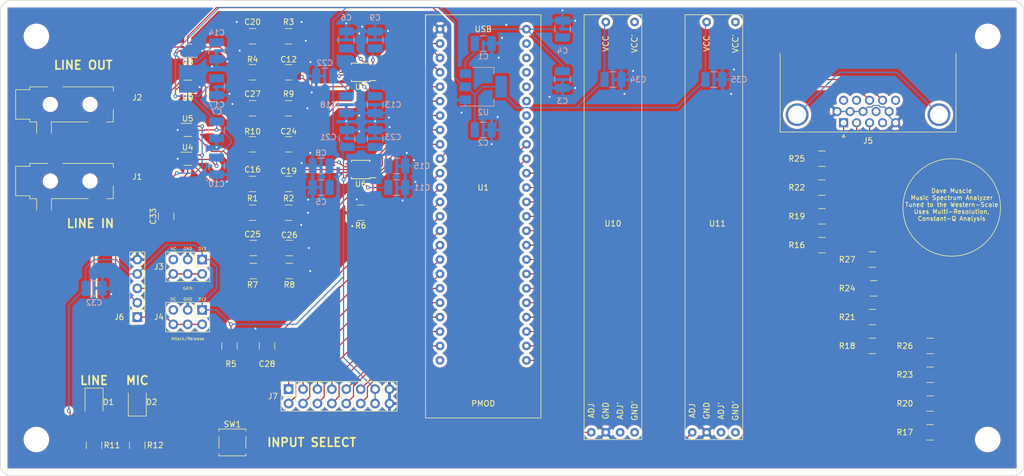
<source format=kicad_pcb>
(kicad_pcb (version 20171130) (host pcbnew "(5.1.0)-1")
  (layers (0 F.Cu signal) (31 B.Cu signal) (34 B.Paste user) (35 F.Paste user) (36 B.SilkS user) (37 F.SilkS user) (38 B.Mask user) (39 F.Mask user) (44 Edge.Cuts user))
  (net 0 "")
  (net 1 "Net-(U1-Pad23)")
  (net 2 "Net-(U1-Pad22)")
  (net 3 "Net-(U1-Pad21)")
  (net 4 "Net-(U1-Pad20)")
  (net 5 "Net-(U1-Pad19)")
  (net 6 "Net-(U1-Pad18)")
  (net 7 "Net-(U1-Pad17)")
  (net 8 GND)
  (net 9 VCC)
  (net 10 +3V3)
  (net 11 /ADC_VQ)
  (net 12 /DAC_VQ)
  (net 13 /ADC_FILT)
  (net 14 /AUD_OUT_RIGHT_COND)
  (net 15 "Net-(C12-Pad1)")
  (net 16 /DAC_FILT)
  (net 17 "Net-(C16-Pad2)")
  (net 18 /AUD_IN_RIGHT_COND)
  (net 19 /AUD_OUT_RIGHT_PRE_SW)
  (net 20 /AUD_OUT_LEFT_COND)
  (net 21 "Net-(C24-Pad1)")
  (net 22 "Net-(C25-Pad2)")
  (net 23 /AUD_IN_LEFT_COND)
  (net 24 /AUD_OUT_LEFT_PRE_SW)
  (net 25 /MIC_IN_PRE_SW)
  (net 26 "Net-(C33-Pad1)")
  (net 27 "Net-(D1-Pad2)")
  (net 28 /SEL)
  (net 29 "Net-(D2-Pad1)")
  (net 30 /AUD_IN_LEFT)
  (net 31 /AUD_IN_RIGHT)
  (net 32 /AUD_OUT_LEFT)
  (net 33 /AUD_OUT_RIGHT)
  (net 34 /GAIN)
  (net 35 /AR)
  (net 36 "Net-(J5-Pad0)")
  (net 37 "Net-(J5-Pad15)")
  (net 38 /VSYNC)
  (net 39 /HSYNC)
  (net 40 "Net-(J5-Pad12)")
  (net 41 "Net-(J5-Pad11)")
  (net 42 "Net-(J5-Pad9)")
  (net 43 "Net-(J5-Pad4)")
  (net 44 /BLU)
  (net 45 /GRN)
  (net 46 /RED)
  (net 47 /AUD_IN_RIGHT_POST_SW)
  (net 48 /PB)
  (net 49 /ADC_SD)
  (net 50 /AUD_IN_LEFT_POST_SW)
  (net 51 /RED0)
  (net 52 /BLU0)
  (net 53 /GRN0)
  (net 54 /RED1)
  (net 55 /BLU1)
  (net 56 /GRN1)
  (net 57 /RED2)
  (net 58 /BLU2)
  (net 59 /GRN2)
  (net 60 /RED3)
  (net 61 /BLU3)
  (net 62 /GRN3)
  (net 63 /DAC_SD)
  (net 64 /POT0)
  (net 65 /POT1)
  (net 66 "Net-(U10-Pad6)")
  (net 67 "Net-(U10-Pad5)")
  (net 68 "Net-(U10-Pad4)")
  (net 69 "Net-(U11-Pad6)")
  (net 70 "Net-(U11-Pad5)")
  (net 71 "Net-(U11-Pad4)")
  (net 72 "Net-(J3-Pad5)")
  (net 73 "Net-(J4-Pad5)")
  (net 74 /PINS12)
  (net 75 /PINS11)
  (net 76 /PINS10)
  (net 77 /PINS9)
  (net 78 /PINS8)
  (net 79 /PINS7)
  (net 80 /PINS6)
  (net 81 /PINS5)
  (net 82 /PINS4)
  (net 83 /PINS3)
  (net 84 /PINS2)
  (net 85 /PINS1)
  (net 86 "Net-(U1-Pad48)")
  (net 87 /ADC_SCLK)
  (net 88 /ADC_LRCK)
  (net 89 /ADC_MCLK)
  (net 90 /DAC_SCLK)
  (net 91 /DAC_LRCK)
  (net 92 /DAC_MCLK)
  (module MountingHole:MountingHole_3.5mm (layer F.Cu) (at 228.6 88.9)
    (fp_text reference H4 hide)
    (fp_text value MountingHole)
    (pad 1 np_thru_hole circle (at 0 0) (size 3.5 3.5) (drill 3.5) (layers *.Cu *.Mask))
  )
  (module MountingHole:MountingHole_3.5mm (layer F.Cu) (at 228.6 17.78)
    (fp_text reference H3 hide)
    (fp_text value MountingHole)
    (pad 1 np_thru_hole circle (at 0 0) (size 3.5 3.5) (drill 3.5) (layers *.Cu *.Mask))
  )
  (module MountingHole:MountingHole_3.5mm (layer F.Cu) (at 60.96 88.9)
    (fp_text reference H2 hide)
    (fp_text value MountingHole)
    (pad 1 np_thru_hole circle (at 0 0) (size 3.5 3.5) (drill 3.5) (layers *.Cu *.Mask))
  )
  (module MountingHole:MountingHole_3.5mm (layer F.Cu) (at 60.96 17.78)
    (fp_text reference H1 hide)
    (fp_text value MountingHole)
    (pad 1 np_thru_hole circle (at 0 0) (size 3.5 3.5) (drill 3.5) (layers *.Cu *.Mask))
  )
  (module Connector_PinSocket_2.54mm:PinSocket_2x08_P2.54mm_Vertical (layer F.Cu) (at 105.41 80.01 90)
    (fp_text reference J7 (at -1.27 -2.77 180) (layer F.SilkS))
    (fp_text value Conn_02x08_Odd_Even)
    (pad 16 thru_hole oval (at -2.54 17.78 90) (size 1.7 1.7) (drill 1) (layers *.Cu *.Mask) (net 8 GND))
    (pad 15 thru_hole oval (at 0 17.78 90) (size 1.7 1.7) (drill 1) (layers *.Cu *.Mask) (net 8 GND))
    (pad 14 thru_hole oval (at -2.54 15.24 90) (size 1.7 1.7) (drill 1) (layers *.Cu *.Mask) (net 10 +3V3))
    (pad 13 thru_hole oval (at 0 15.24 90) (size 1.7 1.7) (drill 1) (layers *.Cu *.Mask) (net 10 +3V3))
    (pad 12 thru_hole oval (at -2.54 12.7 90) (size 1.7 1.7) (drill 1) (layers *.Cu *.Mask) (net 74 /PINS12))
    (pad 11 thru_hole oval (at 0 12.7 90) (size 1.7 1.7) (drill 1) (layers *.Cu *.Mask) (net 75 /PINS11))
    (pad 10 thru_hole oval (at -2.54 10.16 90) (size 1.7 1.7) (drill 1) (layers *.Cu *.Mask) (net 76 /PINS10))
    (pad 9 thru_hole oval (at 0 10.16 90) (size 1.7 1.7) (drill 1) (layers *.Cu *.Mask) (net 77 /PINS9))
    (pad 8 thru_hole oval (at -2.54 7.62 90) (size 1.7 1.7) (drill 1) (layers *.Cu *.Mask) (net 78 /PINS8))
    (pad 7 thru_hole oval (at 0 7.62 90) (size 1.7 1.7) (drill 1) (layers *.Cu *.Mask) (net 79 /PINS7))
    (pad 6 thru_hole oval (at -2.54 5.08 90) (size 1.7 1.7) (drill 1) (layers *.Cu *.Mask) (net 80 /PINS6))
    (pad 5 thru_hole oval (at 0 5.08 90) (size 1.7 1.7) (drill 1) (layers *.Cu *.Mask) (net 81 /PINS5))
    (pad 4 thru_hole oval (at -2.54 2.54 90) (size 1.7 1.7) (drill 1) (layers *.Cu *.Mask) (net 82 /PINS4))
    (pad 3 thru_hole oval (at 0 2.54 90) (size 1.7 1.7) (drill 1) (layers *.Cu *.Mask) (net 83 /PINS3))
    (pad 2 thru_hole oval (at -2.54 0 90) (size 1.7 1.7) (drill 1) (layers *.Cu *.Mask) (net 84 /PINS2))
    (pad 1 thru_hole rect (at 0 0 90) (size 1.7 1.7) (drill 1) (layers *.Cu *.Mask) (net 85 /PINS1))
  )
  (module Connector_PinHeader_2.54mm:PinHeader_2x03_P2.54mm_Vertical (layer F.Cu) (at 90.17 57.15 270)
    (fp_text reference J3 (at 1.27 7.62) (layer F.SilkS))
    (fp_text value Conn_02x03_Counter_Clockwise)
    (pad 6 thru_hole oval (at 2.54 5.08 270) (size 1.7 1.7) (drill 1) (layers *.Cu *.Mask) (net 34 /GAIN))
    (pad 5 thru_hole oval (at 0 5.08 270) (size 1.7 1.7) (drill 1) (layers *.Cu *.Mask) (net 72 "Net-(J3-Pad5)"))
    (pad 4 thru_hole oval (at 2.54 2.54 270) (size 1.7 1.7) (drill 1) (layers *.Cu *.Mask) (net 34 /GAIN))
    (pad 3 thru_hole oval (at 0 2.54 270) (size 1.7 1.7) (drill 1) (layers *.Cu *.Mask) (net 8 GND))
    (pad 2 thru_hole oval (at 2.54 0 270) (size 1.7 1.7) (drill 1) (layers *.Cu *.Mask) (net 34 /GAIN))
    (pad 1 thru_hole rect (at 0 0 270) (size 1.7 1.7) (drill 1) (layers *.Cu *.Mask) (net 10 +3V3))
  )
  (module Capacitor_SMD:C_1210_3225Metric_Pad1.42x2.65mm_HandSolder (layer F.Cu) (at 101.6 72.39 90)
    (fp_text reference C28 (at -3.175 0 180) (layer F.SilkS))
    (fp_text value 10uF)
    (pad 1 smd roundrect (at -1.4875 0 90) (size 1.425 2.65) (layers F.Cu F.Paste F.Mask) (roundrect_rratio 0.175439) (net 48 /PB))
    (pad 2 smd roundrect (at 1.4875 0 90) (size 1.425 2.65) (layers F.Cu F.Paste F.Mask) (roundrect_rratio 0.175439) (net 8 GND))
  )
  (module Connector_PinSocket_2.54mm:PinSocket_1x05_P2.54mm_Vertical (layer F.Cu) (at 78.74 67.31 180)
    (fp_text reference J6 (at 3.175 0 180) (layer F.SilkS))
    (fp_text value Conn_01x05)
    (pad 5 thru_hole oval (at 0 10.16 180) (size 1.7 1.7) (drill 1) (layers *.Cu *.Mask) (net 8 GND))
    (pad 4 thru_hole oval (at 0 7.62 180) (size 1.7 1.7) (drill 1) (layers *.Cu *.Mask) (net 10 +3V3))
    (pad 3 thru_hole oval (at 0 5.08 180) (size 1.7 1.7) (drill 1) (layers *.Cu *.Mask) (net 34 /GAIN))
    (pad 2 thru_hole oval (at 0 2.54 180) (size 1.7 1.7) (drill 1) (layers *.Cu *.Mask) (net 26 "Net-(C33-Pad1)"))
    (pad 1 thru_hole rect (at 0 0 180) (size 1.7 1.7) (drill 1) (layers *.Cu *.Mask) (net 35 /AR))
  )
  (module Package_TO_SOT_SMD:SOT-363_SC-70-6 (layer F.Cu) (at 87.63 26.67 180)
    (fp_text reference U9 (at 0 -2 180) (layer F.SilkS))
    (fp_text value TS5A3160DCK)
    (pad 6 smd rect (at 0.95 -0.65 180) (size 0.65 0.4) (layers F.Cu F.Paste F.Mask) (net 28 /SEL))
    (pad 4 smd rect (at 0.95 0.65 180) (size 0.65 0.4) (layers F.Cu F.Paste F.Mask) (net 32 /AUD_OUT_LEFT))
    (pad 2 smd rect (at -0.95 0 180) (size 0.65 0.4) (layers F.Cu F.Paste F.Mask) (net 8 GND))
    (pad 5 smd rect (at 0.95 0 180) (size 0.65 0.4) (layers F.Cu F.Paste F.Mask) (net 10 +3V3))
    (pad 3 smd rect (at -0.95 0.65 180) (size 0.65 0.4) (layers F.Cu F.Paste F.Mask) (net 24 /AUD_OUT_LEFT_PRE_SW))
    (pad 1 smd rect (at -0.95 -0.65 180) (size 0.65 0.4) (layers F.Cu F.Paste F.Mask) (net 8 GND))
  )
  (module Package_TO_SOT_SMD:SOT-363_SC-70-6 (layer F.Cu) (at 87.63 34.29)
    (fp_text reference U5 (at 0 -2) (layer F.SilkS))
    (fp_text value TS5A3160DCK)
    (pad 6 smd rect (at 0.95 -0.65) (size 0.65 0.4) (layers F.Cu F.Paste F.Mask) (net 28 /SEL))
    (pad 4 smd rect (at 0.95 0.65) (size 0.65 0.4) (layers F.Cu F.Paste F.Mask) (net 47 /AUD_IN_RIGHT_POST_SW))
    (pad 2 smd rect (at -0.95 0) (size 0.65 0.4) (layers F.Cu F.Paste F.Mask) (net 8 GND))
    (pad 5 smd rect (at 0.95 0) (size 0.65 0.4) (layers F.Cu F.Paste F.Mask) (net 10 +3V3))
    (pad 3 smd rect (at -0.95 0.65) (size 0.65 0.4) (layers F.Cu F.Paste F.Mask) (net 31 /AUD_IN_RIGHT))
    (pad 1 smd rect (at -0.95 -0.65) (size 0.65 0.4) (layers F.Cu F.Paste F.Mask) (net 25 /MIC_IN_PRE_SW))
  )
  (module Bababooey:SlidePot (layer F.Cu) (at 180.34 52.07 90)
    (fp_text reference U11 (at 1.27 0.635 180) (layer F.SilkS))
    (fp_text value SlidePot)
    (fp_text user VCC' (at 33.02 3.81 90) (layer F.SilkS))
    (fp_text user VCC (at 33.02 -1.27 90) (layer F.SilkS))
    (fp_text user GND' (at -31.75 3.81 90) (layer F.SilkS))
    (fp_text user ADJ' (at -31.75 1.27 90) (layer F.SilkS))
    (fp_text user GND (at -31.75 -1.27 90) (layer F.SilkS))
    (fp_text user ADJ (at -31.75 -3.81 90) (layer F.SilkS))
    (pad 6 thru_hole circle (at 36.83 3.81 90) (size 1.524 1.524) (drill 0.762) (layers *.Cu *.Mask) (net 69 "Net-(U11-Pad6)"))
    (pad 5 thru_hole circle (at -35.56 3.81 90) (size 1.524 1.524) (drill 0.762) (layers *.Cu *.Mask) (net 70 "Net-(U11-Pad5)"))
    (pad 4 thru_hole circle (at -35.56 1.27 90) (size 1.524 1.524) (drill 0.762) (layers *.Cu *.Mask) (net 71 "Net-(U11-Pad4)"))
    (pad 3 thru_hole circle (at 36.83 -1.27 90) (size 1.524 1.524) (drill 0.762) (layers *.Cu *.Mask) (net 10 +3V3))
    (pad 2 thru_hole circle (at -35.56 -1.27 90) (size 1.524 1.524) (drill 0.762) (layers *.Cu *.Mask) (net 8 GND))
    (pad 1 thru_hole circle (at -35.56 -3.81 90) (size 1.524 1.524) (drill 0.762) (layers *.Cu *.Mask) (net 64 /POT0))
  )
  (module Bababooey:SlidePot (layer F.Cu) (at 162.56 52.07 90)
    (fp_text reference U10 (at 1.27 0 180) (layer F.SilkS))
    (fp_text value SlidePot)
    (fp_text user VCC' (at 33.02 3.81 90) (layer F.SilkS))
    (fp_text user VCC (at 33.02 -1.27 90) (layer F.SilkS))
    (fp_text user GND' (at -31.75 3.81 90) (layer F.SilkS))
    (fp_text user ADJ' (at -31.75 1.27 90) (layer F.SilkS))
    (fp_text user GND (at -31.75 -1.27 90) (layer F.SilkS))
    (fp_text user ADJ (at -31.75 -3.81 90) (layer F.SilkS))
    (pad 6 thru_hole circle (at 36.83 3.81 90) (size 1.524 1.524) (drill 0.762) (layers *.Cu *.Mask) (net 66 "Net-(U10-Pad6)"))
    (pad 5 thru_hole circle (at -35.56 3.81 90) (size 1.524 1.524) (drill 0.762) (layers *.Cu *.Mask) (net 67 "Net-(U10-Pad5)"))
    (pad 4 thru_hole circle (at -35.56 1.27 90) (size 1.524 1.524) (drill 0.762) (layers *.Cu *.Mask) (net 68 "Net-(U10-Pad4)"))
    (pad 3 thru_hole circle (at 36.83 -1.27 90) (size 1.524 1.524) (drill 0.762) (layers *.Cu *.Mask) (net 10 +3V3))
    (pad 2 thru_hole circle (at -35.56 -1.27 90) (size 1.524 1.524) (drill 0.762) (layers *.Cu *.Mask) (net 8 GND))
    (pad 1 thru_hole circle (at -35.56 -3.81 90) (size 1.524 1.524) (drill 0.762) (layers *.Cu *.Mask) (net 65 /POT1))
  )
  (module Package_TO_SOT_SMD:SOT-363_SC-70-6 (layer F.Cu) (at 87.63 20.32 180)
    (fp_text reference U8 (at 0 -2 180) (layer F.SilkS))
    (fp_text value TS5A3160DCK)
    (pad 6 smd rect (at 0.95 -0.65 180) (size 0.65 0.4) (layers F.Cu F.Paste F.Mask) (net 28 /SEL))
    (pad 4 smd rect (at 0.95 0.65 180) (size 0.65 0.4) (layers F.Cu F.Paste F.Mask) (net 33 /AUD_OUT_RIGHT))
    (pad 2 smd rect (at -0.95 0 180) (size 0.65 0.4) (layers F.Cu F.Paste F.Mask) (net 8 GND))
    (pad 5 smd rect (at 0.95 0 180) (size 0.65 0.4) (layers F.Cu F.Paste F.Mask) (net 10 +3V3))
    (pad 3 smd rect (at -0.95 0.65 180) (size 0.65 0.4) (layers F.Cu F.Paste F.Mask) (net 19 /AUD_OUT_RIGHT_PRE_SW))
    (pad 1 smd rect (at -0.95 -0.65 180) (size 0.65 0.4) (layers F.Cu F.Paste F.Mask) (net 8 GND))
  )
  (module Package_SO:TSSOP-10_3x3mm_P0.5mm (layer F.Cu) (at 118.11 24.13 180)
    (fp_text reference U7 (at 0 -2.55 180) (layer F.SilkS))
    (fp_text value CS4344)
    (pad 10 smd rect (at 2.15 -1 180) (size 1.1 0.25) (layers F.Cu F.Paste F.Mask) (net 14 /AUD_OUT_RIGHT_COND))
    (pad 9 smd rect (at 2.15 -0.5 180) (size 1.1 0.25) (layers F.Cu F.Paste F.Mask) (net 10 +3V3))
    (pad 8 smd rect (at 2.15 0 180) (size 1.1 0.25) (layers F.Cu F.Paste F.Mask) (net 8 GND))
    (pad 7 smd rect (at 2.15 0.5 180) (size 1.1 0.25) (layers F.Cu F.Paste F.Mask) (net 20 /AUD_OUT_LEFT_COND))
    (pad 6 smd rect (at 2.15 1 180) (size 1.1 0.25) (layers F.Cu F.Paste F.Mask) (net 16 /DAC_FILT))
    (pad 5 smd rect (at -2.15 1 180) (size 1.1 0.25) (layers F.Cu F.Paste F.Mask) (net 12 /DAC_VQ))
    (pad 4 smd rect (at -2.15 0.5 180) (size 1.1 0.25) (layers F.Cu F.Paste F.Mask) (net 92 /DAC_MCLK))
    (pad 3 smd rect (at -2.15 0 180) (size 1.1 0.25) (layers F.Cu F.Paste F.Mask) (net 91 /DAC_LRCK))
    (pad 2 smd rect (at -2.15 -0.5 180) (size 1.1 0.25) (layers F.Cu F.Paste F.Mask) (net 90 /DAC_SCLK))
    (pad 1 smd rect (at -2.15 -1 180) (size 1.1 0.25) (layers F.Cu F.Paste F.Mask) (net 63 /DAC_SD))
  )
  (module Package_SO:TSSOP-10_3x3mm_P0.5mm (layer F.Cu) (at 118.11 41.275 180)
    (fp_text reference U6 (at 0 -2.55 180) (layer F.SilkS))
    (fp_text value CS5343)
    (pad 10 smd rect (at 2.15 -1 180) (size 1.1 0.25) (layers F.Cu F.Paste F.Mask) (net 10 +3V3))
    (pad 9 smd rect (at 2.15 -0.5 180) (size 1.1 0.25) (layers F.Cu F.Paste F.Mask) (net 8 GND))
    (pad 8 smd rect (at 2.15 0 180) (size 1.1 0.25) (layers F.Cu F.Paste F.Mask) (net 18 /AUD_IN_RIGHT_COND))
    (pad 7 smd rect (at 2.15 0.5 180) (size 1.1 0.25) (layers F.Cu F.Paste F.Mask) (net 11 /ADC_VQ))
    (pad 6 smd rect (at 2.15 1 180) (size 1.1 0.25) (layers F.Cu F.Paste F.Mask) (net 23 /AUD_IN_LEFT_COND))
    (pad 5 smd rect (at -2.15 1 180) (size 1.1 0.25) (layers F.Cu F.Paste F.Mask) (net 13 /ADC_FILT))
    (pad 4 smd rect (at -2.15 0.5 180) (size 1.1 0.25) (layers F.Cu F.Paste F.Mask) (net 89 /ADC_MCLK))
    (pad 3 smd rect (at -2.15 0 180) (size 1.1 0.25) (layers F.Cu F.Paste F.Mask) (net 88 /ADC_LRCK))
    (pad 2 smd rect (at -2.15 -0.5 180) (size 1.1 0.25) (layers F.Cu F.Paste F.Mask) (net 87 /ADC_SCLK))
    (pad 1 smd rect (at -2.15 -1 180) (size 1.1 0.25) (layers F.Cu F.Paste F.Mask) (net 49 /ADC_SD))
  )
  (module Package_TO_SOT_SMD:SOT-363_SC-70-6 (layer F.Cu) (at 87.63 39.37)
    (fp_text reference U4 (at 0 -2) (layer F.SilkS))
    (fp_text value TS5A3160DCK)
    (pad 6 smd rect (at 0.95 -0.65) (size 0.65 0.4) (layers F.Cu F.Paste F.Mask) (net 28 /SEL))
    (pad 4 smd rect (at 0.95 0.65) (size 0.65 0.4) (layers F.Cu F.Paste F.Mask) (net 50 /AUD_IN_LEFT_POST_SW))
    (pad 2 smd rect (at -0.95 0) (size 0.65 0.4) (layers F.Cu F.Paste F.Mask) (net 8 GND))
    (pad 5 smd rect (at 0.95 0) (size 0.65 0.4) (layers F.Cu F.Paste F.Mask) (net 10 +3V3))
    (pad 3 smd rect (at -0.95 0.65) (size 0.65 0.4) (layers F.Cu F.Paste F.Mask) (net 30 /AUD_IN_LEFT))
    (pad 1 smd rect (at -0.95 -0.65) (size 0.65 0.4) (layers F.Cu F.Paste F.Mask) (net 25 /MIC_IN_PRE_SW))
  )
  (module Button_Switch_SMD:SW_SPST_TL3305B (layer F.Cu) (at 95.504 89.408)
    (fp_text reference SW1 (at 0 -3.2) (layer F.SilkS))
    (fp_text value SW_Push)
    (pad 2 smd rect (at -3.6 1.5) (size 1.6 1.4) (layers F.Cu F.Paste F.Mask) (net 8 GND))
    (pad 2 smd rect (at 3.6 1.5) (size 1.6 1.4) (layers F.Cu F.Paste F.Mask) (net 8 GND))
    (pad 1 smd rect (at -3.6 -1.5) (size 1.6 1.4) (layers F.Cu F.Paste F.Mask) (net 48 /PB))
    (pad 1 smd rect (at 3.6 -1.5) (size 1.6 1.4) (layers F.Cu F.Paste F.Mask) (net 48 /PB))
  )
  (module Resistor_SMD:R_1210_3225Metric_Pad1.42x2.65mm_HandSolder (layer F.Cu) (at 208.28 57.15)
    (fp_text reference R27 (at -4.445 0) (layer F.SilkS))
    (fp_text value 470)
    (pad 2 smd roundrect (at 1.4875 0) (size 1.425 2.65) (layers F.Cu F.Paste F.Mask) (roundrect_rratio 0.175439) (net 45 /GRN))
    (pad 1 smd roundrect (at -1.4875 0) (size 1.425 2.65) (layers F.Cu F.Paste F.Mask) (roundrect_rratio 0.175439) (net 62 /GRN3))
  )
  (module Resistor_SMD:R_1210_3225Metric_Pad1.42x2.65mm_HandSolder (layer F.Cu) (at 218.44 72.39)
    (fp_text reference R26 (at -4.445 0) (layer F.SilkS))
    (fp_text value 470)
    (pad 2 smd roundrect (at 1.4875 0) (size 1.425 2.65) (layers F.Cu F.Paste F.Mask) (roundrect_rratio 0.175439) (net 44 /BLU))
    (pad 1 smd roundrect (at -1.4875 0) (size 1.425 2.65) (layers F.Cu F.Paste F.Mask) (roundrect_rratio 0.175439) (net 61 /BLU3))
  )
  (module Resistor_SMD:R_1210_3225Metric_Pad1.42x2.65mm_HandSolder (layer F.Cu) (at 199.39 39.37)
    (fp_text reference R25 (at -4.445 0) (layer F.SilkS))
    (fp_text value 470)
    (pad 2 smd roundrect (at 1.4875 0) (size 1.425 2.65) (layers F.Cu F.Paste F.Mask) (roundrect_rratio 0.175439) (net 46 /RED))
    (pad 1 smd roundrect (at -1.4875 0) (size 1.425 2.65) (layers F.Cu F.Paste F.Mask) (roundrect_rratio 0.175439) (net 60 /RED3))
  )
  (module Resistor_SMD:R_1210_3225Metric_Pad1.42x2.65mm_HandSolder (layer F.Cu) (at 208.4975 62.23)
    (fp_text reference R24 (at -4.6625 0) (layer F.SilkS))
    (fp_text value 1K)
    (pad 2 smd roundrect (at 1.4875 0) (size 1.425 2.65) (layers F.Cu F.Paste F.Mask) (roundrect_rratio 0.175439) (net 45 /GRN))
    (pad 1 smd roundrect (at -1.4875 0) (size 1.425 2.65) (layers F.Cu F.Paste F.Mask) (roundrect_rratio 0.175439) (net 59 /GRN2))
  )
  (module Resistor_SMD:R_1210_3225Metric_Pad1.42x2.65mm_HandSolder (layer F.Cu) (at 218.44 77.47)
    (fp_text reference R23 (at -4.445 0) (layer F.SilkS))
    (fp_text value 1K)
    (pad 2 smd roundrect (at 1.4875 0) (size 1.425 2.65) (layers F.Cu F.Paste F.Mask) (roundrect_rratio 0.175439) (net 44 /BLU))
    (pad 1 smd roundrect (at -1.4875 0) (size 1.425 2.65) (layers F.Cu F.Paste F.Mask) (roundrect_rratio 0.175439) (net 58 /BLU2))
  )
  (module Resistor_SMD:R_1210_3225Metric_Pad1.42x2.65mm_HandSolder (layer F.Cu) (at 199.39 44.45)
    (fp_text reference R22 (at -4.445 0) (layer F.SilkS))
    (fp_text value 1K)
    (pad 2 smd roundrect (at 1.4875 0) (size 1.425 2.65) (layers F.Cu F.Paste F.Mask) (roundrect_rratio 0.175439) (net 46 /RED))
    (pad 1 smd roundrect (at -1.4875 0) (size 1.425 2.65) (layers F.Cu F.Paste F.Mask) (roundrect_rratio 0.175439) (net 57 /RED2))
  )
  (module Resistor_SMD:R_1210_3225Metric_Pad1.42x2.65mm_HandSolder (layer F.Cu) (at 208.28 67.31)
    (fp_text reference R21 (at -4.445 0) (layer F.SilkS))
    (fp_text value 2.2K)
    (pad 2 smd roundrect (at 1.4875 0) (size 1.425 2.65) (layers F.Cu F.Paste F.Mask) (roundrect_rratio 0.175439) (net 45 /GRN))
    (pad 1 smd roundrect (at -1.4875 0) (size 1.425 2.65) (layers F.Cu F.Paste F.Mask) (roundrect_rratio 0.175439) (net 56 /GRN1))
  )
  (module Resistor_SMD:R_1210_3225Metric_Pad1.42x2.65mm_HandSolder (layer F.Cu) (at 218.44 82.55)
    (fp_text reference R20 (at -4.445 0) (layer F.SilkS))
    (fp_text value 2.2K)
    (pad 2 smd roundrect (at 1.4875 0) (size 1.425 2.65) (layers F.Cu F.Paste F.Mask) (roundrect_rratio 0.175439) (net 44 /BLU))
    (pad 1 smd roundrect (at -1.4875 0) (size 1.425 2.65) (layers F.Cu F.Paste F.Mask) (roundrect_rratio 0.175439) (net 55 /BLU1))
  )
  (module Resistor_SMD:R_1210_3225Metric_Pad1.42x2.65mm_HandSolder (layer F.Cu) (at 199.39 49.53)
    (fp_text reference R19 (at -4.445 0) (layer F.SilkS))
    (fp_text value 2.2K)
    (pad 2 smd roundrect (at 1.4875 0) (size 1.425 2.65) (layers F.Cu F.Paste F.Mask) (roundrect_rratio 0.175439) (net 46 /RED))
    (pad 1 smd roundrect (at -1.4875 0) (size 1.425 2.65) (layers F.Cu F.Paste F.Mask) (roundrect_rratio 0.175439) (net 54 /RED1))
  )
  (module Resistor_SMD:R_1210_3225Metric_Pad1.42x2.65mm_HandSolder (layer F.Cu) (at 208.28 72.39)
    (fp_text reference R18 (at -4.445 0) (layer F.SilkS))
    (fp_text value 4.7K)
    (pad 2 smd roundrect (at 1.4875 0) (size 1.425 2.65) (layers F.Cu F.Paste F.Mask) (roundrect_rratio 0.175439) (net 45 /GRN))
    (pad 1 smd roundrect (at -1.4875 0) (size 1.425 2.65) (layers F.Cu F.Paste F.Mask) (roundrect_rratio 0.175439) (net 53 /GRN0))
  )
  (module Resistor_SMD:R_1210_3225Metric_Pad1.42x2.65mm_HandSolder (layer F.Cu) (at 218.44 87.63)
    (fp_text reference R17 (at -4.445 0) (layer F.SilkS))
    (fp_text value 4.7K)
    (pad 2 smd roundrect (at 1.4875 0) (size 1.425 2.65) (layers F.Cu F.Paste F.Mask) (roundrect_rratio 0.175439) (net 44 /BLU))
    (pad 1 smd roundrect (at -1.4875 0) (size 1.425 2.65) (layers F.Cu F.Paste F.Mask) (roundrect_rratio 0.175439) (net 52 /BLU0))
  )
  (module Resistor_SMD:R_1210_3225Metric_Pad1.42x2.65mm_HandSolder (layer F.Cu) (at 199.39 54.61)
    (fp_text reference R16 (at -4.445 0) (layer F.SilkS))
    (fp_text value 4.7K)
    (pad 2 smd roundrect (at 1.4875 0) (size 1.425 2.65) (layers F.Cu F.Paste F.Mask) (roundrect_rratio 0.175439) (net 46 /RED))
    (pad 1 smd roundrect (at -1.4875 0) (size 1.425 2.65) (layers F.Cu F.Paste F.Mask) (roundrect_rratio 0.175439) (net 51 /RED0))
  )
  (module Resistor_SMD:R_1210_3225Metric_Pad1.42x2.65mm_HandSolder (layer F.Cu) (at 78.74 89.916 270)
    (fp_text reference R12 (at 0 -3.175) (layer F.SilkS))
    (fp_text value 1K)
    (pad 1 smd roundrect (at -1.4875 0 270) (size 1.425 2.65) (layers F.Cu F.Paste F.Mask) (roundrect_rratio 0.175439) (net 29 "Net-(D2-Pad1)"))
    (pad 2 smd roundrect (at 1.4875 0 270) (size 1.425 2.65) (layers F.Cu F.Paste F.Mask) (roundrect_rratio 0.175439) (net 8 GND))
  )
  (module Resistor_SMD:R_1210_3225Metric_Pad1.42x2.65mm_HandSolder (layer F.Cu) (at 71.12 89.916 270)
    (fp_text reference R11 (at 0 -3.175) (layer F.SilkS))
    (fp_text value 1K)
    (pad 1 smd roundrect (at -1.4875 0 270) (size 1.425 2.65) (layers F.Cu F.Paste F.Mask) (roundrect_rratio 0.175439) (net 27 "Net-(D1-Pad2)"))
    (pad 2 smd roundrect (at 1.4875 0 270) (size 1.425 2.65) (layers F.Cu F.Paste F.Mask) (roundrect_rratio 0.175439) (net 10 +3V3))
  )
  (module Resistor_SMD:R_1210_3225Metric_Pad1.42x2.65mm_HandSolder (layer F.Cu) (at 99.06 36.83)
    (fp_text reference R10 (at 0 -2.28) (layer F.SilkS))
    (fp_text value 470)
    (pad 2 smd roundrect (at 1.4875 0) (size 1.425 2.65) (layers F.Cu F.Paste F.Mask) (roundrect_rratio 0.175439) (net 21 "Net-(C24-Pad1)"))
    (pad 1 smd roundrect (at -1.4875 0) (size 1.425 2.65) (layers F.Cu F.Paste F.Mask) (roundrect_rratio 0.175439) (net 24 /AUD_OUT_LEFT_PRE_SW))
  )
  (module Resistor_SMD:R_1210_3225Metric_Pad1.42x2.65mm_HandSolder (layer F.Cu) (at 105.41 30.48)
    (fp_text reference R9 (at 0 -2.54) (layer F.SilkS))
    (fp_text value 10K)
    (pad 2 smd roundrect (at 1.4875 0) (size 1.425 2.65) (layers F.Cu F.Paste F.Mask) (roundrect_rratio 0.175439) (net 8 GND))
    (pad 1 smd roundrect (at -1.4875 0) (size 1.425 2.65) (layers F.Cu F.Paste F.Mask) (roundrect_rratio 0.175439) (net 21 "Net-(C24-Pad1)"))
  )
  (module Resistor_SMD:R_1210_3225Metric_Pad1.42x2.65mm_HandSolder (layer F.Cu) (at 105.537 59.182)
    (fp_text reference R8 (at 0 2.413) (layer F.SilkS))
    (fp_text value 4.7K)
    (pad 2 smd roundrect (at 1.4875 0) (size 1.425 2.65) (layers F.Cu F.Paste F.Mask) (roundrect_rratio 0.175439) (net 8 GND))
    (pad 1 smd roundrect (at -1.4875 0) (size 1.425 2.65) (layers F.Cu F.Paste F.Mask) (roundrect_rratio 0.175439) (net 22 "Net-(C25-Pad2)"))
  )
  (module Resistor_SMD:R_1210_3225Metric_Pad1.42x2.65mm_HandSolder (layer F.Cu) (at 99.187 59.182)
    (fp_text reference R7 (at -0.127 2.413) (layer F.SilkS))
    (fp_text value 4.7K)
    (pad 2 smd roundrect (at 1.4875 0) (size 1.425 2.65) (layers F.Cu F.Paste F.Mask) (roundrect_rratio 0.175439) (net 22 "Net-(C25-Pad2)"))
    (pad 1 smd roundrect (at -1.4875 0) (size 1.425 2.65) (layers F.Cu F.Paste F.Mask) (roundrect_rratio 0.175439) (net 50 /AUD_IN_LEFT_POST_SW))
  )
  (module Resistor_SMD:R_1210_3225Metric_Pad1.42x2.65mm_HandSolder (layer F.Cu) (at 118.11 48.895 180)
    (fp_text reference R6 (at 0 -2.28 180) (layer F.SilkS))
    (fp_text value 10K)
    (pad 2 smd roundrect (at 1.4875 0 180) (size 1.425 2.65) (layers F.Cu F.Paste F.Mask) (roundrect_rratio 0.175439) (net 8 GND))
    (pad 1 smd roundrect (at -1.4875 0 180) (size 1.425 2.65) (layers F.Cu F.Paste F.Mask) (roundrect_rratio 0.175439) (net 49 /ADC_SD))
  )
  (module Resistor_SMD:R_1210_3225Metric_Pad1.42x2.65mm_HandSolder (layer F.Cu) (at 94.993 72.39 90)
    (fp_text reference R5 (at -3.175 0.257 180) (layer F.SilkS))
    (fp_text value 10K)
    (pad 1 smd roundrect (at -1.4875 0 90) (size 1.425 2.65) (layers F.Cu F.Paste F.Mask) (roundrect_rratio 0.175439) (net 48 /PB))
    (pad 2 smd roundrect (at 1.4875 0 90) (size 1.425 2.65) (layers F.Cu F.Paste F.Mask) (roundrect_rratio 0.175439) (net 10 +3V3))
  )
  (module Resistor_SMD:R_1210_3225Metric_Pad1.42x2.65mm_HandSolder (layer F.Cu) (at 99.06 24.13)
    (fp_text reference R4 (at 0 -2.28) (layer F.SilkS))
    (fp_text value 470)
    (pad 2 smd roundrect (at 1.4875 0) (size 1.425 2.65) (layers F.Cu F.Paste F.Mask) (roundrect_rratio 0.175439) (net 15 "Net-(C12-Pad1)"))
    (pad 1 smd roundrect (at -1.4875 0) (size 1.425 2.65) (layers F.Cu F.Paste F.Mask) (roundrect_rratio 0.175439) (net 19 /AUD_OUT_RIGHT_PRE_SW))
  )
  (module Resistor_SMD:R_1210_3225Metric_Pad1.42x2.65mm_HandSolder (layer F.Cu) (at 105.41 17.78)
    (fp_text reference R3 (at 0 -2.54) (layer F.SilkS))
    (fp_text value 10K)
    (pad 2 smd roundrect (at 1.4875 0) (size 1.425 2.65) (layers F.Cu F.Paste F.Mask) (roundrect_rratio 0.175439) (net 8 GND))
    (pad 1 smd roundrect (at -1.4875 0) (size 1.425 2.65) (layers F.Cu F.Paste F.Mask) (roundrect_rratio 0.175439) (net 15 "Net-(C12-Pad1)"))
  )
  (module Resistor_SMD:R_1210_3225Metric_Pad1.42x2.65mm_HandSolder (layer F.Cu) (at 105.41 48.895)
    (fp_text reference R2 (at 0 -2.54) (layer F.SilkS))
    (fp_text value 4.7K)
    (pad 2 smd roundrect (at 1.4875 0) (size 1.425 2.65) (layers F.Cu F.Paste F.Mask) (roundrect_rratio 0.175439) (net 8 GND))
    (pad 1 smd roundrect (at -1.4875 0) (size 1.425 2.65) (layers F.Cu F.Paste F.Mask) (roundrect_rratio 0.175439) (net 17 "Net-(C16-Pad2)"))
  )
  (module Resistor_SMD:R_1210_3225Metric_Pad1.42x2.65mm_HandSolder (layer F.Cu) (at 99.06 48.895)
    (fp_text reference R1 (at 0 -2.54) (layer F.SilkS))
    (fp_text value 4.7K)
    (pad 2 smd roundrect (at 1.4875 0) (size 1.425 2.65) (layers F.Cu F.Paste F.Mask) (roundrect_rratio 0.175439) (net 17 "Net-(C16-Pad2)"))
    (pad 1 smd roundrect (at -1.4875 0) (size 1.425 2.65) (layers F.Cu F.Paste F.Mask) (roundrect_rratio 0.175439) (net 47 /AUD_IN_RIGHT_POST_SW))
  )
  (module Connector_Dsub:DSUB-15-HD_Female_Horizontal_P2.29x1.98mm_EdgePinOffset8.35mm_Housed_MountingHolesOffset10.89mm (layer F.Cu) (at 203.2 33.02 180)
    (fp_text reference J5 (at -4.315 -3.175 180) (layer F.SilkS))
    (fp_text value DB15_Female_HighDensity_MountingHoles)
    (pad 0 thru_hole circle (at 8.185 1.42 180) (size 4 4) (drill 3.2) (layers *.Cu *.Mask) (net 36 "Net-(J5-Pad0)"))
    (pad 0 thru_hole circle (at -16.815 1.42 180) (size 4 4) (drill 3.2) (layers *.Cu *.Mask) (net 36 "Net-(J5-Pad0)"))
    (pad 15 thru_hole circle (at -9.16 3.96 180) (size 1.6 1.6) (drill 1) (layers *.Cu *.Mask) (net 37 "Net-(J5-Pad15)"))
    (pad 14 thru_hole circle (at -6.87 3.96 180) (size 1.6 1.6) (drill 1) (layers *.Cu *.Mask) (net 38 /VSYNC))
    (pad 13 thru_hole circle (at -4.58 3.96 180) (size 1.6 1.6) (drill 1) (layers *.Cu *.Mask) (net 39 /HSYNC))
    (pad 12 thru_hole circle (at -2.29 3.96 180) (size 1.6 1.6) (drill 1) (layers *.Cu *.Mask) (net 40 "Net-(J5-Pad12)"))
    (pad 11 thru_hole circle (at 0 3.96 180) (size 1.6 1.6) (drill 1) (layers *.Cu *.Mask) (net 41 "Net-(J5-Pad11)"))
    (pad 10 thru_hole circle (at -8.015 1.98 180) (size 1.6 1.6) (drill 1) (layers *.Cu *.Mask) (net 8 GND))
    (pad 9 thru_hole circle (at -5.725 1.98 180) (size 1.6 1.6) (drill 1) (layers *.Cu *.Mask) (net 42 "Net-(J5-Pad9)"))
    (pad 8 thru_hole circle (at -3.435 1.98 180) (size 1.6 1.6) (drill 1) (layers *.Cu *.Mask) (net 8 GND))
    (pad 7 thru_hole circle (at -1.145 1.98 180) (size 1.6 1.6) (drill 1) (layers *.Cu *.Mask) (net 8 GND))
    (pad 6 thru_hole circle (at 1.145 1.98 180) (size 1.6 1.6) (drill 1) (layers *.Cu *.Mask) (net 8 GND))
    (pad 5 thru_hole circle (at -9.16 0 180) (size 1.6 1.6) (drill 1) (layers *.Cu *.Mask) (net 8 GND))
    (pad 4 thru_hole circle (at -6.87 0 180) (size 1.6 1.6) (drill 1) (layers *.Cu *.Mask) (net 43 "Net-(J5-Pad4)"))
    (pad 3 thru_hole circle (at -4.58 0 180) (size 1.6 1.6) (drill 1) (layers *.Cu *.Mask) (net 44 /BLU))
    (pad 2 thru_hole circle (at -2.29 0 180) (size 1.6 1.6) (drill 1) (layers *.Cu *.Mask) (net 45 /GRN))
    (pad 1 thru_hole rect (at 0 0 180) (size 1.6 1.6) (drill 1) (layers *.Cu *.Mask) (net 46 /RED))
  )
  (module Connector_PinHeader_2.54mm:PinHeader_2x03_P2.54mm_Vertical (layer F.Cu) (at 90.17 66.04 270)
    (fp_text reference J4 (at 1.27 7.62) (layer F.SilkS))
    (fp_text value Conn_02x03_Counter_Clockwise)
    (pad 6 thru_hole oval (at 2.54 5.08 270) (size 1.7 1.7) (drill 1) (layers *.Cu *.Mask) (net 35 /AR))
    (pad 5 thru_hole oval (at 0 5.08 270) (size 1.7 1.7) (drill 1) (layers *.Cu *.Mask) (net 73 "Net-(J4-Pad5)"))
    (pad 4 thru_hole oval (at 2.54 2.54 270) (size 1.7 1.7) (drill 1) (layers *.Cu *.Mask) (net 35 /AR))
    (pad 3 thru_hole oval (at 0 2.54 270) (size 1.7 1.7) (drill 1) (layers *.Cu *.Mask) (net 8 GND))
    (pad 2 thru_hole oval (at 2.54 0 270) (size 1.7 1.7) (drill 1) (layers *.Cu *.Mask) (net 35 /AR))
    (pad 1 thru_hole rect (at 0 0 270) (size 1.7 1.7) (drill 1) (layers *.Cu *.Mask) (net 10 +3V3))
  )
  (module LED_SMD:LED_1210_3225Metric_Pad1.42x2.65mm_HandSolder (layer F.Cu) (at 78.74 82.296 90)
    (fp_text reference D2 (at 0 2.54 180) (layer F.SilkS))
    (fp_text value MIC_LED)
    (pad 1 smd roundrect (at -1.4875 0 90) (size 1.425 2.65) (layers F.Cu F.Paste F.Mask) (roundrect_rratio 0.175439) (net 29 "Net-(D2-Pad1)"))
    (pad 2 smd roundrect (at 1.4875 0 90) (size 1.425 2.65) (layers F.Cu F.Paste F.Mask) (roundrect_rratio 0.175439) (net 28 /SEL))
  )
  (module LED_SMD:LED_1210_3225Metric_Pad1.42x2.65mm_HandSolder (layer F.Cu) (at 71.12 82.296 270)
    (fp_text reference D1 (at 0 -2.54) (layer F.SilkS))
    (fp_text value LINE_LED)
    (pad 1 smd roundrect (at -1.4875 0 270) (size 1.425 2.65) (layers F.Cu F.Paste F.Mask) (roundrect_rratio 0.175439) (net 28 /SEL))
    (pad 2 smd roundrect (at 1.4875 0 270) (size 1.425 2.65) (layers F.Cu F.Paste F.Mask) (roundrect_rratio 0.175439) (net 27 "Net-(D1-Pad2)"))
  )
  (module Capacitor_SMD:C_1210_3225Metric_Pad1.42x2.65mm_HandSolder (layer B.Cu) (at 180.34 25.4)
    (fp_text reference C35 (at 4.445 0) (layer B.SilkS) (effects (justify mirror)))
    (fp_text value 100nF)
    (pad 2 smd roundrect (at 1.4875 0) (size 1.425 2.65) (layers B.Cu B.Paste B.Mask) (roundrect_rratio 0.175439) (net 8 GND))
    (pad 1 smd roundrect (at -1.4875 0) (size 1.425 2.65) (layers B.Cu B.Paste B.Mask) (roundrect_rratio 0.175439) (net 10 +3V3))
  )
  (module Capacitor_SMD:C_1210_3225Metric_Pad1.42x2.65mm_HandSolder (layer B.Cu) (at 162.56 25.4)
    (fp_text reference C34 (at 4.445 0) (layer B.SilkS) (effects (justify mirror)))
    (fp_text value 100nF)
    (pad 2 smd roundrect (at 1.4875 0) (size 1.425 2.65) (layers B.Cu B.Paste B.Mask) (roundrect_rratio 0.175439) (net 8 GND))
    (pad 1 smd roundrect (at -1.4875 0) (size 1.425 2.65) (layers B.Cu B.Paste B.Mask) (roundrect_rratio 0.175439) (net 10 +3V3))
  )
  (module Capacitor_SMD:C_1210_3225Metric_Pad1.42x2.65mm_HandSolder (layer F.Cu) (at 83.82 49.53 90)
    (fp_text reference C33 (at 0 -2.28 90) (layer F.SilkS))
    (fp_text value 100uF)
    (pad 2 smd roundrect (at 1.4875 0 90) (size 1.425 2.65) (layers F.Cu F.Paste F.Mask) (roundrect_rratio 0.175439) (net 25 /MIC_IN_PRE_SW))
    (pad 1 smd roundrect (at -1.4875 0 90) (size 1.425 2.65) (layers F.Cu F.Paste F.Mask) (roundrect_rratio 0.175439) (net 26 "Net-(C33-Pad1)"))
  )
  (module Capacitor_SMD:C_1210_3225Metric_Pad1.42x2.65mm_HandSolder (layer B.Cu) (at 71.12 62.23)
    (fp_text reference C32 (at 0 2.54) (layer B.SilkS) (effects (justify mirror)))
    (fp_text value 0.1uF)
    (pad 2 smd roundrect (at 1.4875 0) (size 1.425 2.65) (layers B.Cu B.Paste B.Mask) (roundrect_rratio 0.175439) (net 8 GND))
    (pad 1 smd roundrect (at -1.4875 0) (size 1.425 2.65) (layers B.Cu B.Paste B.Mask) (roundrect_rratio 0.175439) (net 10 +3V3))
  )
  (module Capacitor_SMD:C_1210_3225Metric_Pad1.42x2.65mm_HandSolder (layer F.Cu) (at 99.06 30.48 180)
    (fp_text reference C27 (at 0 2.54 180) (layer F.SilkS))
    (fp_text value 2.7nF)
    (pad 2 smd roundrect (at 1.4875 0 180) (size 1.425 2.65) (layers F.Cu F.Paste F.Mask) (roundrect_rratio 0.175439) (net 8 GND))
    (pad 1 smd roundrect (at -1.4875 0 180) (size 1.425 2.65) (layers F.Cu F.Paste F.Mask) (roundrect_rratio 0.175439) (net 24 /AUD_OUT_LEFT_PRE_SW))
  )
  (module Capacitor_SMD:C_1210_3225Metric_Pad1.42x2.65mm_HandSolder (layer F.Cu) (at 105.537 55.118)
    (fp_text reference C26 (at 0 -2.28) (layer F.SilkS))
    (fp_text value 180pF)
    (pad 2 smd roundrect (at 1.4875 0) (size 1.425 2.65) (layers F.Cu F.Paste F.Mask) (roundrect_rratio 0.175439) (net 8 GND))
    (pad 1 smd roundrect (at -1.4875 0) (size 1.425 2.65) (layers F.Cu F.Paste F.Mask) (roundrect_rratio 0.175439) (net 23 /AUD_IN_LEFT_COND))
  )
  (module Capacitor_SMD:C_1210_3225Metric_Pad1.42x2.65mm_HandSolder (layer F.Cu) (at 99.187 55.118 180)
    (fp_text reference C25 (at 0.127 2.413 180) (layer F.SilkS))
    (fp_text value 1uF)
    (pad 2 smd roundrect (at 1.4875 0 180) (size 1.425 2.65) (layers F.Cu F.Paste F.Mask) (roundrect_rratio 0.175439) (net 22 "Net-(C25-Pad2)"))
    (pad 1 smd roundrect (at -1.4875 0 180) (size 1.425 2.65) (layers F.Cu F.Paste F.Mask) (roundrect_rratio 0.175439) (net 23 /AUD_IN_LEFT_COND))
  )
  (module Capacitor_SMD:C_1210_3225Metric_Pad1.42x2.65mm_HandSolder (layer F.Cu) (at 105.41 36.83)
    (fp_text reference C24 (at 0 -2.28) (layer F.SilkS))
    (fp_text value 3.3uF)
    (pad 2 smd roundrect (at 1.4875 0) (size 1.425 2.65) (layers F.Cu F.Paste F.Mask) (roundrect_rratio 0.175439) (net 20 /AUD_OUT_LEFT_COND))
    (pad 1 smd roundrect (at -1.4875 0) (size 1.425 2.65) (layers F.Cu F.Paste F.Mask) (roundrect_rratio 0.175439) (net 21 "Net-(C24-Pad1)"))
  )
  (module Capacitor_SMD:C_1210_3225Metric_Pad1.42x2.65mm_HandSolder (layer B.Cu) (at 120.65 35.814 90)
    (fp_text reference C23 (at 0.254 3.175 180) (layer B.SilkS) (effects (justify mirror)))
    (fp_text value 1uF)
    (pad 2 smd roundrect (at 1.4875 0 90) (size 1.425 2.65) (layers B.Cu B.Paste B.Mask) (roundrect_rratio 0.175439) (net 8 GND))
    (pad 1 smd roundrect (at -1.4875 0 90) (size 1.425 2.65) (layers B.Cu B.Paste B.Mask) (roundrect_rratio 0.175439) (net 10 +3V3))
  )
  (module Capacitor_SMD:C_1210_3225Metric_Pad1.42x2.65mm_HandSolder (layer B.Cu) (at 111.76 24.765 180)
    (fp_text reference C22 (at 0 2.28 180) (layer B.SilkS) (effects (justify mirror)))
    (fp_text value 1uF)
    (pad 2 smd roundrect (at 1.4875 0 180) (size 1.425 2.65) (layers B.Cu B.Paste B.Mask) (roundrect_rratio 0.175439) (net 8 GND))
    (pad 1 smd roundrect (at -1.4875 0 180) (size 1.425 2.65) (layers B.Cu B.Paste B.Mask) (roundrect_rratio 0.175439) (net 10 +3V3))
  )
  (module Capacitor_SMD:C_1210_3225Metric_Pad1.42x2.65mm_HandSolder (layer B.Cu) (at 115.697 35.814 90)
    (fp_text reference C21 (at 0.254 -3.302 180) (layer B.SilkS) (effects (justify mirror)))
    (fp_text value 100nF)
    (pad 2 smd roundrect (at 1.4875 0 90) (size 1.425 2.65) (layers B.Cu B.Paste B.Mask) (roundrect_rratio 0.175439) (net 8 GND))
    (pad 1 smd roundrect (at -1.4875 0 90) (size 1.425 2.65) (layers B.Cu B.Paste B.Mask) (roundrect_rratio 0.175439) (net 10 +3V3))
  )
  (module Capacitor_SMD:C_1210_3225Metric_Pad1.42x2.65mm_HandSolder (layer F.Cu) (at 99.06 17.78 180)
    (fp_text reference C20 (at 0 2.54 180) (layer F.SilkS))
    (fp_text value 2.7nF)
    (pad 2 smd roundrect (at 1.4875 0 180) (size 1.425 2.65) (layers F.Cu F.Paste F.Mask) (roundrect_rratio 0.175439) (net 8 GND))
    (pad 1 smd roundrect (at -1.4875 0 180) (size 1.425 2.65) (layers F.Cu F.Paste F.Mask) (roundrect_rratio 0.175439) (net 19 /AUD_OUT_RIGHT_PRE_SW))
  )
  (module Capacitor_SMD:C_1210_3225Metric_Pad1.42x2.65mm_HandSolder (layer F.Cu) (at 105.41 43.815)
    (fp_text reference C19 (at 0 -2.28) (layer F.SilkS))
    (fp_text value 180pF)
    (pad 2 smd roundrect (at 1.4875 0) (size 1.425 2.65) (layers F.Cu F.Paste F.Mask) (roundrect_rratio 0.175439) (net 8 GND))
    (pad 1 smd roundrect (at -1.4875 0) (size 1.425 2.65) (layers F.Cu F.Paste F.Mask) (roundrect_rratio 0.175439) (net 18 /AUD_IN_RIGHT_COND))
  )
  (module Capacitor_SMD:C_1210_3225Metric_Pad1.42x2.65mm_HandSolder (layer B.Cu) (at 115.57 29.845 270)
    (fp_text reference C18 (at 0 3.175) (layer B.SilkS) (effects (justify mirror)))
    (fp_text value 100nF)
    (pad 2 smd roundrect (at 1.4875 0 270) (size 1.425 2.65) (layers B.Cu B.Paste B.Mask) (roundrect_rratio 0.175439) (net 8 GND))
    (pad 1 smd roundrect (at -1.4875 0 270) (size 1.425 2.65) (layers B.Cu B.Paste B.Mask) (roundrect_rratio 0.175439) (net 10 +3V3))
  )
  (module Capacitor_SMD:C_1210_3225Metric_Pad1.42x2.65mm_HandSolder (layer B.Cu) (at 92.71 26.67 270)
    (fp_text reference C17 (at 3.175 0) (layer B.SilkS) (effects (justify mirror)))
    (fp_text value 100nF)
    (pad 2 smd roundrect (at 1.4875 0 270) (size 1.425 2.65) (layers B.Cu B.Paste B.Mask) (roundrect_rratio 0.175439) (net 8 GND))
    (pad 1 smd roundrect (at -1.4875 0 270) (size 1.425 2.65) (layers B.Cu B.Paste B.Mask) (roundrect_rratio 0.175439) (net 10 +3V3))
  )
  (module Capacitor_SMD:C_1210_3225Metric_Pad1.42x2.65mm_HandSolder (layer F.Cu) (at 99.06 43.815 180)
    (fp_text reference C16 (at 0 2.54 180) (layer F.SilkS))
    (fp_text value 1uF)
    (pad 2 smd roundrect (at 1.4875 0 180) (size 1.425 2.65) (layers F.Cu F.Paste F.Mask) (roundrect_rratio 0.175439) (net 17 "Net-(C16-Pad2)"))
    (pad 1 smd roundrect (at -1.4875 0 180) (size 1.425 2.65) (layers F.Cu F.Paste F.Mask) (roundrect_rratio 0.175439) (net 18 /AUD_IN_RIGHT_COND))
  )
  (module Capacitor_SMD:C_1210_3225Metric_Pad1.42x2.65mm_HandSolder (layer B.Cu) (at 124.46 40.64)
    (fp_text reference C15 (at 4.445 0) (layer B.SilkS) (effects (justify mirror)))
    (fp_text value 1uF)
    (pad 2 smd roundrect (at 1.4875 0) (size 1.425 2.65) (layers B.Cu B.Paste B.Mask) (roundrect_rratio 0.175439) (net 8 GND))
    (pad 1 smd roundrect (at -1.4875 0) (size 1.425 2.65) (layers B.Cu B.Paste B.Mask) (roundrect_rratio 0.175439) (net 13 /ADC_FILT))
  )
  (module Capacitor_SMD:C_1210_3225Metric_Pad1.42x2.65mm_HandSolder (layer B.Cu) (at 92.71 20.32 270)
    (fp_text reference C14 (at -3.175 0) (layer B.SilkS) (effects (justify mirror)))
    (fp_text value 100nF)
    (pad 2 smd roundrect (at 1.4875 0 270) (size 1.425 2.65) (layers B.Cu B.Paste B.Mask) (roundrect_rratio 0.175439) (net 8 GND))
    (pad 1 smd roundrect (at -1.4875 0 270) (size 1.425 2.65) (layers B.Cu B.Paste B.Mask) (roundrect_rratio 0.175439) (net 10 +3V3))
  )
  (module Capacitor_SMD:C_1210_3225Metric_Pad1.42x2.65mm_HandSolder (layer B.Cu) (at 120.65 29.845 270)
    (fp_text reference C13 (at 0 -3.175) (layer B.SilkS) (effects (justify mirror)))
    (fp_text value 10uF)
    (pad 2 smd roundrect (at 1.4875 0 270) (size 1.425 2.65) (layers B.Cu B.Paste B.Mask) (roundrect_rratio 0.175439) (net 8 GND))
    (pad 1 smd roundrect (at -1.4875 0 270) (size 1.425 2.65) (layers B.Cu B.Paste B.Mask) (roundrect_rratio 0.175439) (net 16 /DAC_FILT))
  )
  (module Capacitor_SMD:C_1210_3225Metric_Pad1.42x2.65mm_HandSolder (layer F.Cu) (at 105.41 24.13)
    (fp_text reference C12 (at 0 -2.28) (layer F.SilkS))
    (fp_text value 3.3uF)
    (pad 2 smd roundrect (at 1.4875 0) (size 1.425 2.65) (layers F.Cu F.Paste F.Mask) (roundrect_rratio 0.175439) (net 14 /AUD_OUT_RIGHT_COND))
    (pad 1 smd roundrect (at -1.4875 0) (size 1.425 2.65) (layers F.Cu F.Paste F.Mask) (roundrect_rratio 0.175439) (net 15 "Net-(C12-Pad1)"))
  )
  (module Capacitor_SMD:C_1210_3225Metric_Pad1.42x2.65mm_HandSolder (layer B.Cu) (at 124.46 44.45)
    (fp_text reference C11 (at 4.445 0) (layer B.SilkS) (effects (justify mirror)))
    (fp_text value 100nF)
    (pad 2 smd roundrect (at 1.4875 0) (size 1.425 2.65) (layers B.Cu B.Paste B.Mask) (roundrect_rratio 0.175439) (net 8 GND))
    (pad 1 smd roundrect (at -1.4875 0) (size 1.425 2.65) (layers B.Cu B.Paste B.Mask) (roundrect_rratio 0.175439) (net 13 /ADC_FILT))
  )
  (module Capacitor_SMD:C_1210_3225Metric_Pad1.42x2.65mm_HandSolder (layer B.Cu) (at 92.71 40.64 270)
    (fp_text reference C10 (at 3.175 0) (layer B.SilkS) (effects (justify mirror)))
    (fp_text value 100nF)
    (pad 2 smd roundrect (at 1.4875 0 270) (size 1.425 2.65) (layers B.Cu B.Paste B.Mask) (roundrect_rratio 0.175439) (net 8 GND))
    (pad 1 smd roundrect (at -1.4875 0 270) (size 1.425 2.65) (layers B.Cu B.Paste B.Mask) (roundrect_rratio 0.175439) (net 10 +3V3))
  )
  (module Capacitor_SMD:C_1210_3225Metric_Pad1.42x2.65mm_HandSolder (layer B.Cu) (at 120.65 18.415 90)
    (fp_text reference C9 (at 3.937 0 180) (layer B.SilkS) (effects (justify mirror)))
    (fp_text value 10uF)
    (pad 2 smd roundrect (at 1.4875 0 90) (size 1.425 2.65) (layers B.Cu B.Paste B.Mask) (roundrect_rratio 0.175439) (net 8 GND))
    (pad 1 smd roundrect (at -1.4875 0 90) (size 1.425 2.65) (layers B.Cu B.Paste B.Mask) (roundrect_rratio 0.175439) (net 12 /DAC_VQ))
  )
  (module Capacitor_SMD:C_1210_3225Metric_Pad1.42x2.65mm_HandSolder (layer B.Cu) (at 111.125 40.64 180)
    (fp_text reference C8 (at 0 2.28 180) (layer B.SilkS) (effects (justify mirror)))
    (fp_text value 1uF)
    (pad 2 smd roundrect (at 1.4875 0 180) (size 1.425 2.65) (layers B.Cu B.Paste B.Mask) (roundrect_rratio 0.175439) (net 8 GND))
    (pad 1 smd roundrect (at -1.4875 0 180) (size 1.425 2.65) (layers B.Cu B.Paste B.Mask) (roundrect_rratio 0.175439) (net 11 /ADC_VQ))
  )
  (module Capacitor_SMD:C_1210_3225Metric_Pad1.42x2.65mm_HandSolder (layer B.Cu) (at 92.71 34.29 270)
    (fp_text reference C7 (at -3.175 0) (layer B.SilkS) (effects (justify mirror)))
    (fp_text value 100nF)
    (pad 2 smd roundrect (at 1.4875 0 270) (size 1.425 2.65) (layers B.Cu B.Paste B.Mask) (roundrect_rratio 0.175439) (net 8 GND))
    (pad 1 smd roundrect (at -1.4875 0 270) (size 1.425 2.65) (layers B.Cu B.Paste B.Mask) (roundrect_rratio 0.175439) (net 10 +3V3))
  )
  (module Capacitor_SMD:C_1210_3225Metric_Pad1.42x2.65mm_HandSolder (layer B.Cu) (at 115.57 18.415 90)
    (fp_text reference C6 (at 3.937 0 180) (layer B.SilkS) (effects (justify mirror)))
    (fp_text value 100nF)
    (pad 2 smd roundrect (at 1.4875 0 90) (size 1.425 2.65) (layers B.Cu B.Paste B.Mask) (roundrect_rratio 0.175439) (net 8 GND))
    (pad 1 smd roundrect (at -1.4875 0 90) (size 1.425 2.65) (layers B.Cu B.Paste B.Mask) (roundrect_rratio 0.175439) (net 12 /DAC_VQ))
  )
  (module Capacitor_SMD:C_1210_3225Metric_Pad1.42x2.65mm_HandSolder (layer B.Cu) (at 111.125 44.45 180)
    (fp_text reference C5 (at 0 -2.54 180) (layer B.SilkS) (effects (justify mirror)))
    (fp_text value 100nF)
    (pad 2 smd roundrect (at 1.4875 0 180) (size 1.425 2.65) (layers B.Cu B.Paste B.Mask) (roundrect_rratio 0.175439) (net 8 GND))
    (pad 1 smd roundrect (at -1.4875 0 180) (size 1.425 2.65) (layers B.Cu B.Paste B.Mask) (roundrect_rratio 0.175439) (net 11 /ADC_VQ))
  )
  (module Capacitor_SMD:C_1210_3225Metric_Pad1.42x2.65mm_HandSolder (layer B.Cu) (at 153.67 16.51 90)
    (fp_text reference C4 (at -3.81 0 180) (layer B.SilkS) (effects (justify mirror)))
    (fp_text value 100nF)
    (pad 2 smd roundrect (at 1.4875 0 90) (size 1.425 2.65) (layers B.Cu B.Paste B.Mask) (roundrect_rratio 0.175439) (net 8 GND))
    (pad 1 smd roundrect (at -1.4875 0 90) (size 1.425 2.65) (layers B.Cu B.Paste B.Mask) (roundrect_rratio 0.175439) (net 9 VCC))
  )
  (module Capacitor_SMD:C_1210_3225Metric_Pad1.42x2.65mm_HandSolder (layer B.Cu) (at 153.67 25.4 270)
    (fp_text reference C3 (at 3.81 0) (layer B.SilkS) (effects (justify mirror)))
    (fp_text value 10uF)
    (pad 2 smd roundrect (at 1.4875 0 270) (size 1.425 2.65) (layers B.Cu B.Paste B.Mask) (roundrect_rratio 0.175439) (net 8 GND))
    (pad 1 smd roundrect (at -1.4875 0 270) (size 1.425 2.65) (layers B.Cu B.Paste B.Mask) (roundrect_rratio 0.175439) (net 9 VCC))
  )
  (module Capacitor_SMD:C_1210_3225Metric_Pad1.42x2.65mm_HandSolder (layer B.Cu) (at 139.7 34.29)
    (fp_text reference C2 (at 0 2.28) (layer B.SilkS) (effects (justify mirror)))
    (fp_text value 10uF)
    (pad 2 smd roundrect (at 1.4875 0) (size 1.425 2.65) (layers B.Cu B.Paste B.Mask) (roundrect_rratio 0.175439) (net 8 GND))
    (pad 1 smd roundrect (at -1.4875 0) (size 1.425 2.65) (layers B.Cu B.Paste B.Mask) (roundrect_rratio 0.175439) (net 10 +3V3))
  )
  (module Capacitor_SMD:C_1210_3225Metric_Pad1.42x2.65mm_HandSolder (layer B.Cu) (at 139.7 19.05)
    (fp_text reference C1 (at 0 2.28) (layer B.SilkS) (effects (justify mirror)))
    (fp_text value 100nF)
    (pad 2 smd roundrect (at 1.4875 0) (size 1.425 2.65) (layers B.Cu B.Paste B.Mask) (roundrect_rratio 0.175439) (net 8 GND))
    (pad 1 smd roundrect (at -1.4875 0) (size 1.425 2.65) (layers B.Cu B.Paste B.Mask) (roundrect_rratio 0.175439) (net 9 VCC))
  )
  (module Package_TO_SOT_SMD:SOT-223-3_TabPin2 (layer B.Cu) (at 139.7 26.67)
    (fp_text reference U2 (at 0 4.5) (layer B.SilkS) (effects (justify mirror)))
    (fp_text value LD1117S33TR_SOT223)
    (pad 1 smd rect (at -3.15 2.3) (size 2 1.5) (layers B.Cu B.Paste B.Mask) (net 8 GND))
    (pad 3 smd rect (at -3.15 -2.3) (size 2 1.5) (layers B.Cu B.Paste B.Mask) (net 9 VCC))
    (pad 2 smd rect (at -3.15 0) (size 2 1.5) (layers B.Cu B.Paste B.Mask) (net 10 +3V3))
    (pad 2 smd rect (at 3.15 0) (size 2 3.8) (layers B.Cu B.Paste B.Mask) (net 10 +3V3))
  )
  (module Connector_Audio:Jack_3.5mm_CUI_SJ-3524-SMT_Horizontal (layer F.Cu) (at 65.913 29.787 90)
    (fp_text reference J2 (at 1.212 12.827 180) (layer F.SilkS))
    (fp_text value AudioJack3)
    (pad "" np_thru_hole circle (at 0 4.5 90) (size 1.7 1.7) (drill 1.7) (layers *.Cu *.Mask))
    (pad "" np_thru_hole circle (at 0 -2.5 90) (size 1.7 1.7) (drill 1.7) (layers *.Cu *.Mask))
    (pad T smd rect (at -3.7 5.8 90) (size 2.8 2.8) (layers F.Cu F.Paste F.Mask) (net 32 /AUD_OUT_LEFT))
    (pad TN smd rect (at 0.75 9.8 90) (size 2.8 2.6) (layers F.Cu F.Paste F.Mask))
    (pad S smd rect (at -3.7 -3.6 90) (size 2.8 2.2) (layers F.Cu F.Paste F.Mask) (net 8 GND))
    (pad R smd rect (at 3.7 -1.6 90) (size 2.8 2.2) (layers F.Cu F.Paste F.Mask) (net 33 /AUD_OUT_RIGHT))
  )
  (module Connector_Audio:Jack_3.5mm_CUI_SJ-3524-SMT_Horizontal (layer F.Cu) (at 65.913 43.307 90)
    (fp_text reference J1 (at 0.762 12.827 180) (layer F.SilkS))
    (fp_text value AudioJack3)
    (pad "" np_thru_hole circle (at 0 4.5 90) (size 1.7 1.7) (drill 1.7) (layers *.Cu *.Mask))
    (pad "" np_thru_hole circle (at 0 -2.5 90) (size 1.7 1.7) (drill 1.7) (layers *.Cu *.Mask))
    (pad T smd rect (at -3.7 5.8 90) (size 2.8 2.8) (layers F.Cu F.Paste F.Mask) (net 30 /AUD_IN_LEFT))
    (pad TN smd rect (at 0.75 9.8 90) (size 2.8 2.6) (layers F.Cu F.Paste F.Mask))
    (pad S smd rect (at -3.7 -3.6 90) (size 2.8 2.2) (layers F.Cu F.Paste F.Mask) (net 8 GND))
    (pad R smd rect (at 3.7 -1.6 90) (size 2.8 2.2) (layers F.Cu F.Paste F.Mask) (net 31 /AUD_IN_RIGHT))
  )
  (module Bababooey:CMOD_A7 (layer F.Cu) (at 139.7 46.99)
    (fp_text reference U1 (at 0 -2.54) (layer F.SilkS))
    (fp_text value CMOD_A7)
    (fp_text user PMOD (at 0 35.56) (layer F.SilkS))
    (fp_text user USB (at 0 -30.48) (layer F.SilkS))
    (pad 48 thru_hole circle (at -7.62 27.94) (size 1.524 1.524) (drill 0.762) (layers *.Cu *.Mask) (net 86 "Net-(U1-Pad48)"))
    (pad 47 thru_hole circle (at -7.62 25.4) (size 1.524 1.524) (drill 0.762) (layers *.Cu *.Mask) (net 74 /PINS12))
    (pad 46 thru_hole circle (at -7.62 22.86) (size 1.524 1.524) (drill 0.762) (layers *.Cu *.Mask) (net 75 /PINS11))
    (pad 45 thru_hole circle (at -7.62 20.32) (size 1.524 1.524) (drill 0.762) (layers *.Cu *.Mask) (net 76 /PINS10))
    (pad 44 thru_hole circle (at -7.62 17.78) (size 1.524 1.524) (drill 0.762) (layers *.Cu *.Mask) (net 77 /PINS9))
    (pad 43 thru_hole circle (at -7.62 15.24) (size 1.524 1.524) (drill 0.762) (layers *.Cu *.Mask) (net 78 /PINS8))
    (pad 42 thru_hole circle (at -7.62 12.7) (size 1.524 1.524) (drill 0.762) (layers *.Cu *.Mask) (net 79 /PINS7))
    (pad 41 thru_hole circle (at -7.62 10.16) (size 1.524 1.524) (drill 0.762) (layers *.Cu *.Mask) (net 80 /PINS6))
    (pad 40 thru_hole circle (at -7.62 7.62) (size 1.524 1.524) (drill 0.762) (layers *.Cu *.Mask) (net 81 /PINS5))
    (pad 39 thru_hole circle (at -7.62 5.08) (size 1.524 1.524) (drill 0.762) (layers *.Cu *.Mask) (net 82 /PINS4))
    (pad 38 thru_hole circle (at -7.62 2.54) (size 1.524 1.524) (drill 0.762) (layers *.Cu *.Mask) (net 83 /PINS3))
    (pad 37 thru_hole circle (at -7.62 0) (size 1.524 1.524) (drill 0.762) (layers *.Cu *.Mask) (net 84 /PINS2))
    (pad 36 thru_hole circle (at -7.62 -2.54) (size 1.524 1.524) (drill 0.762) (layers *.Cu *.Mask) (net 85 /PINS1))
    (pad 35 thru_hole circle (at -7.62 -5.08) (size 1.524 1.524) (drill 0.762) (layers *.Cu *.Mask) (net 48 /PB))
    (pad 34 thru_hole circle (at -7.62 -7.62) (size 1.524 1.524) (drill 0.762) (layers *.Cu *.Mask) (net 28 /SEL))
    (pad 33 thru_hole circle (at -7.62 -10.16) (size 1.524 1.524) (drill 0.762) (layers *.Cu *.Mask) (net 49 /ADC_SD))
    (pad 32 thru_hole circle (at -7.62 -12.7) (size 1.524 1.524) (drill 0.762) (layers *.Cu *.Mask) (net 87 /ADC_SCLK))
    (pad 31 thru_hole circle (at -7.62 -15.24) (size 1.524 1.524) (drill 0.762) (layers *.Cu *.Mask) (net 88 /ADC_LRCK))
    (pad 30 thru_hole circle (at -7.62 -17.78) (size 1.524 1.524) (drill 0.762) (layers *.Cu *.Mask) (net 89 /ADC_MCLK))
    (pad 29 thru_hole circle (at -7.62 -20.32) (size 1.524 1.524) (drill 0.762) (layers *.Cu *.Mask) (net 63 /DAC_SD))
    (pad 28 thru_hole circle (at -7.62 -22.86) (size 1.524 1.524) (drill 0.762) (layers *.Cu *.Mask) (net 90 /DAC_SCLK))
    (pad 27 thru_hole circle (at -7.62 -25.4) (size 1.524 1.524) (drill 0.762) (layers *.Cu *.Mask) (net 91 /DAC_LRCK))
    (pad 26 thru_hole circle (at -7.62 -27.94) (size 1.524 1.524) (drill 0.762) (layers *.Cu *.Mask) (net 92 /DAC_MCLK))
    (pad 25 thru_hole circle (at -7.62 -30.48) (size 1.524 1.524) (drill 0.762) (layers *.Cu *.Mask) (net 8 GND))
    (pad 24 thru_hole circle (at 7.62 -30.48) (size 1.524 1.524) (drill 0.762) (layers *.Cu *.Mask) (net 9 VCC))
    (pad 23 thru_hole circle (at 7.62 -27.94) (size 1.524 1.524) (drill 0.762) (layers *.Cu *.Mask) (net 1 "Net-(U1-Pad23)"))
    (pad 22 thru_hole circle (at 7.62 -25.4) (size 1.524 1.524) (drill 0.762) (layers *.Cu *.Mask) (net 2 "Net-(U1-Pad22)"))
    (pad 21 thru_hole circle (at 7.62 -22.86) (size 1.524 1.524) (drill 0.762) (layers *.Cu *.Mask) (net 3 "Net-(U1-Pad21)"))
    (pad 20 thru_hole circle (at 7.62 -20.32) (size 1.524 1.524) (drill 0.762) (layers *.Cu *.Mask) (net 4 "Net-(U1-Pad20)"))
    (pad 19 thru_hole circle (at 7.62 -17.78) (size 1.524 1.524) (drill 0.762) (layers *.Cu *.Mask) (net 5 "Net-(U1-Pad19)"))
    (pad 18 thru_hole circle (at 7.62 -15.24) (size 1.524 1.524) (drill 0.762) (layers *.Cu *.Mask) (net 6 "Net-(U1-Pad18)"))
    (pad 17 thru_hole circle (at 7.62 -12.7) (size 1.524 1.524) (drill 0.762) (layers *.Cu *.Mask) (net 7 "Net-(U1-Pad17)"))
    (pad 16 thru_hole circle (at 7.62 -10.16) (size 1.524 1.524) (drill 0.762) (layers *.Cu *.Mask) (net 64 /POT0))
    (pad 15 thru_hole circle (at 7.62 -7.62) (size 1.524 1.524) (drill 0.762) (layers *.Cu *.Mask) (net 65 /POT1))
    (pad 14 thru_hole circle (at 7.62 -5.08) (size 1.524 1.524) (drill 0.762) (layers *.Cu *.Mask) (net 38 /VSYNC))
    (pad 13 thru_hole circle (at 7.62 -2.54) (size 1.524 1.524) (drill 0.762) (layers *.Cu *.Mask) (net 39 /HSYNC))
    (pad 12 thru_hole circle (at 7.62 0) (size 1.524 1.524) (drill 0.762) (layers *.Cu *.Mask) (net 60 /RED3))
    (pad 11 thru_hole circle (at 7.62 2.54) (size 1.524 1.524) (drill 0.762) (layers *.Cu *.Mask) (net 57 /RED2))
    (pad 10 thru_hole circle (at 7.62 5.08) (size 1.524 1.524) (drill 0.762) (layers *.Cu *.Mask) (net 54 /RED1))
    (pad 9 thru_hole circle (at 7.62 7.62) (size 1.524 1.524) (drill 0.762) (layers *.Cu *.Mask) (net 51 /RED0))
    (pad 8 thru_hole circle (at 7.62 10.16) (size 1.524 1.524) (drill 0.762) (layers *.Cu *.Mask) (net 62 /GRN3))
    (pad 7 thru_hole circle (at 7.62 12.7) (size 1.524 1.524) (drill 0.762) (layers *.Cu *.Mask) (net 59 /GRN2))
    (pad 6 thru_hole circle (at 7.62 15.24) (size 1.524 1.524) (drill 0.762) (layers *.Cu *.Mask) (net 56 /GRN1))
    (pad 5 thru_hole circle (at 7.62 17.78) (size 1.524 1.524) (drill 0.762) (layers *.Cu *.Mask) (net 53 /GRN0))
    (pad 4 thru_hole circle (at 7.62 20.32) (size 1.524 1.524) (drill 0.762) (layers *.Cu *.Mask) (net 61 /BLU3))
    (pad 3 thru_hole circle (at 7.62 22.86) (size 1.524 1.524) (drill 0.762) (layers *.Cu *.Mask) (net 58 /BLU2))
    (pad 2 thru_hole circle (at 7.62 25.4) (size 1.524 1.524) (drill 0.762) (layers *.Cu *.Mask) (net 55 /BLU1))
    (pad 1 thru_hole circle (at 7.62 27.94) (size 1.524 1.524) (drill 0.762) (layers *.Cu *.Mask) (net 52 /BLU0))
  )
  (gr_text "INPUT SELECT" (at 109.474 89.408) (layer F.SilkS) (effects (font (size 1.5 1.5) (thickness 0.3))))
  (gr_text "LINE OUT" (at 69.215 22.86) (layer F.SilkS) (effects (font (size 1.5 1.5) (thickness 0.3))))
  (gr_text "LINE IN" (at 70.485 50.8) (layer F.SilkS) (effects (font (size 1.5 1.5) (thickness 0.3))))
  (gr_arc (start 56.515 93.345) (end 54.61 93.345) (angle -90) (layer Edge.Cuts) (width 0.12))
  (gr_arc (start 56.515 13.335) (end 56.515 11.43) (angle -90) (layer Edge.Cuts) (width 0.12))
  (gr_arc (start 233.045 13.335) (end 234.95 13.335) (angle -90) (layer Edge.Cuts) (width 0.12))
  (gr_arc (start 233.045 93.345) (end 233.045 95.25) (angle -90) (layer Edge.Cuts) (width 0.12))
  (gr_line (start 233.045 95.25) (end 56.515 95.25) (layer Edge.Cuts) (width 0.12))
  (gr_line (start 234.95 13.335) (end 234.95 93.345) (layer Edge.Cuts) (width 0.12))
  (gr_line (start 56.515 11.43) (end 233.045 11.43) (layer Edge.Cuts) (width 0.12))
  (gr_line (start 54.61 93.345) (end 54.61 13.335) (layer Edge.Cuts) (width 0.12))
  (gr_text 3V3 (at 90.17 55.245) (layer F.SilkS) (effects (font (size 0.508 0.508) (thickness 0.0762))))
  (gr_text GND (at 87.63 55.245) (layer F.SilkS) (effects (font (size 0.508 0.508) (thickness 0.0762))))
  (gr_text NC (at 85.09 55.245) (layer F.SilkS) (effects (font (size 0.508 0.508) (thickness 0.0762))))
  (gr_text NC (at 85.09 64.135) (layer F.SilkS) (effects (font (size 0.508 0.508) (thickness 0.0762))))
  (gr_text GND (at 87.63 64.135) (layer F.SilkS) (effects (font (size 0.508 0.508) (thickness 0.0762))))
  (gr_text 3V3 (at 90.17 64.135) (layer F.SilkS) (effects (font (size 0.508 0.508) (thickness 0.0762))))
  (gr_text Attack/Release (at 87.63 71.12) (layer F.SilkS) (effects (font (size 0.508 0.508) (thickness 0.0762))))
  (gr_text GAIN (at 87.63 62.23) (layer F.SilkS) (effects (font (size 0.508 0.508) (thickness 0.0762))))
  (gr_circle (center 222.25 47.964164) (end 213.995 45.573632) (layer F.SilkS) (width 0.12))
  (gr_text "Dave Muscle\nMusic Spectrum Analyzer\nTuned to the Western-Scale\nUses Multi-Resolution,\nConstant-Q Analysis" (at 222.25 47.475532) (layer F.SilkS) (effects (font (size 0.762 0.762) (thickness 0.127))))
  (gr_text LINE (at 71.12 78.486) (layer F.SilkS) (effects (font (size 1.5 1.5) (thickness 0.3))))
  (gr_text MIC (at 78.74 78.486) (layer F.SilkS) (effects (font (size 1.5 1.5) (thickness 0.3))))
  (segment (start 88.58 20.32) (end 89.535 20.32) (width 0.2032) (layer F.Cu) (net 8))
  (segment (start 88.58 20.97) (end 88.58 20.32) (width 0.2032) (layer F.Cu) (net 8))
  (segment (start 89.535 20.32) (end 90.17 20.32) (width 0.2032) (layer F.Cu) (net 8))
  (segment (start 115.96 24.13) (end 114.808 24.13) (width 0.2032) (layer F.Cu) (net 8))
  (segment (start 114.808 24.13) (end 114.554 23.876) (width 0.2032) (layer F.Cu) (net 8))
  (segment (start 114.554 23.876) (end 114.554 23.876) (width 0.2032) (layer F.Cu) (net 8))
  (via (at 114.554 23.876) (size 0.6604) (drill 0.3302) (layers F.Cu B.Cu) (net 8))
  (segment (start 110.2725 23.34) (end 109.25225 22.31975) (width 0.2032) (layer B.Cu) (net 8))
  (segment (start 110.2725 24.765) (end 110.2725 23.34) (width 0.2032) (layer B.Cu) (net 8))
  (segment (start 109.48929 25.54821) (end 109.48929 27.67071) (width 0.2032) (layer B.Cu) (net 8))
  (segment (start 110.2725 24.765) (end 109.48929 25.54821) (width 0.2032) (layer B.Cu) (net 8))
  (segment (start 109.25225 22.31975) (end 109.22 22.2875) (width 0.2032) (layer B.Cu) (net 8))
  (via (at 109.25225 22.31975) (size 0.6604) (drill 0.3302) (layers F.Cu B.Cu) (net 8))
  (segment (start 109.48929 27.67071) (end 109.48929 27.67071) (width 0.2032) (layer B.Cu) (net 8))
  (via (at 109.48929 27.67071) (size 0.6604) (drill 0.3302) (layers F.Cu B.Cu) (net 8))
  (segment (start 115.57 16.9275) (end 115.57 16.115) (width 0.2032) (layer B.Cu) (net 8))
  (segment (start 115.57 16.115) (end 115.57 15.494) (width 0.2032) (layer B.Cu) (net 8))
  (segment (start 115.57 16.9275) (end 117.2575 16.9275) (width 0.2032) (layer B.Cu) (net 8))
  (segment (start 119.225 16.9275) (end 118.364 16.0665) (width 0.2032) (layer B.Cu) (net 8))
  (segment (start 120.65 16.9275) (end 119.225 16.9275) (width 0.2032) (layer B.Cu) (net 8))
  (segment (start 117.2575 16.9275) (end 117.5115 16.9275) (width 0.2032) (layer B.Cu) (net 8))
  (segment (start 117.5115 16.9275) (end 117.856 17.272) (width 0.2032) (layer B.Cu) (net 8))
  (segment (start 120.65 16.9275) (end 122.8455 16.9275) (width 0.2032) (layer B.Cu) (net 8))
  (segment (start 122.8455 16.9275) (end 122.936 16.837) (width 0.2032) (layer B.Cu) (net 8))
  (segment (start 122.936 16.837) (end 122.936 16.837) (width 0.2032) (layer B.Cu) (net 8))
  (via (at 122.936 16.837) (size 0.6604) (drill 0.3302) (layers F.Cu B.Cu) (net 8))
  (segment (start 118.364 16.0665) (end 118.364 16.0665) (width 0.2032) (layer B.Cu) (net 8))
  (via (at 118.364 16.0665) (size 0.6604) (drill 0.3302) (layers F.Cu B.Cu) (net 8))
  (segment (start 117.856 17.272) (end 117.856 17.272) (width 0.2032) (layer B.Cu) (net 8))
  (via (at 117.856 17.272) (size 0.6604) (drill 0.3302) (layers F.Cu B.Cu) (net 8))
  (segment (start 115.57 15.494) (end 115.57 15.494) (width 0.2032) (layer B.Cu) (net 8))
  (via (at 115.57 15.494) (size 0.6604) (drill 0.3302) (layers F.Cu B.Cu) (net 8))
  (segment (start 153.67 15.0225) (end 155.9195 15.0225) (width 0.2032) (layer B.Cu) (net 8))
  (segment (start 153.67 15.0225) (end 153.67 13.208) (width 0.2032) (layer B.Cu) (net 8))
  (segment (start 153.67 26.8875) (end 152.1095 28.448) (width 0.2032) (layer B.Cu) (net 8))
  (segment (start 152.1095 28.448) (end 151.384 28.448) (width 0.2032) (layer B.Cu) (net 8))
  (segment (start 153.67 26.8875) (end 155.9195 26.8875) (width 0.2032) (layer B.Cu) (net 8))
  (segment (start 155.9195 15.0225) (end 155.9195 15.0225) (width 0.2032) (layer B.Cu) (net 8))
  (via (at 155.9195 15.0225) (size 0.6604) (drill 0.3302) (layers F.Cu B.Cu) (net 8))
  (segment (start 153.67 13.208) (end 153.67 13.208) (width 0.2032) (layer B.Cu) (net 8))
  (via (at 153.67 13.208) (size 0.6604) (drill 0.3302) (layers F.Cu B.Cu) (net 8))
  (segment (start 155.9195 26.8875) (end 155.9195 26.8875) (width 0.2032) (layer B.Cu) (net 8))
  (via (at 155.9195 26.8875) (size 0.6604) (drill 0.3302) (layers F.Cu B.Cu) (net 8))
  (segment (start 151.384 28.448) (end 151.384 28.448) (width 0.2032) (layer B.Cu) (net 8))
  (via (at 151.384 28.448) (size 0.6604) (drill 0.3302) (layers F.Cu B.Cu) (net 8))
  (segment (start 164.0475 25.4) (end 165.5715 23.876) (width 0.2032) (layer B.Cu) (net 8))
  (segment (start 165.5715 23.876) (end 166.116 23.876) (width 0.2032) (layer B.Cu) (net 8))
  (segment (start 164.0475 25.4) (end 164.0475 27.3955) (width 0.2032) (layer B.Cu) (net 8))
  (segment (start 164.0475 27.3955) (end 164.592 27.94) (width 0.2032) (layer B.Cu) (net 8))
  (segment (start 164.592 27.94) (end 164.592 27.94) (width 0.2032) (layer B.Cu) (net 8))
  (via (at 164.592 27.94) (size 0.6604) (drill 0.3302) (layers F.Cu B.Cu) (net 8))
  (segment (start 166.116 23.876) (end 166.116 23.876) (width 0.2032) (layer B.Cu) (net 8))
  (via (at 166.116 23.876) (size 0.6604) (drill 0.3302) (layers F.Cu B.Cu) (net 8))
  (segment (start 181.8275 25.4) (end 183.6055 23.622) (width 0.2032) (layer B.Cu) (net 8))
  (segment (start 183.6055 23.622) (end 183.896 23.622) (width 0.2032) (layer B.Cu) (net 8))
  (segment (start 181.8275 26.825) (end 182.9425 27.94) (width 0.2032) (layer B.Cu) (net 8))
  (segment (start 181.8275 25.4) (end 181.8275 26.825) (width 0.2032) (layer B.Cu) (net 8))
  (segment (start 182.9425 27.94) (end 183.388 27.94) (width 0.2032) (layer B.Cu) (net 8))
  (segment (start 183.388 27.94) (end 183.388 27.94) (width 0.2032) (layer B.Cu) (net 8))
  (via (at 183.388 27.94) (size 0.6604) (drill 0.3302) (layers F.Cu B.Cu) (net 8))
  (segment (start 183.896 23.622) (end 183.896 23.622) (width 0.2032) (layer B.Cu) (net 8))
  (via (at 183.896 23.622) (size 0.6604) (drill 0.3302) (layers F.Cu B.Cu) (net 8))
  (segment (start 115.57 31.3325) (end 115.57 32.766) (width 0.2032) (layer B.Cu) (net 8))
  (segment (start 115.57 33.387) (end 115.57 32.766) (width 0.2032) (layer B.Cu) (net 8))
  (segment (start 115.697 33.514) (end 115.57 33.387) (width 0.2032) (layer B.Cu) (net 8))
  (segment (start 115.697 34.3265) (end 115.697 33.514) (width 0.2032) (layer B.Cu) (net 8))
  (segment (start 120.65 32.145) (end 120.65 31.3325) (width 0.2032) (layer B.Cu) (net 8))
  (segment (start 120.65 34.3265) (end 120.65 32.766) (width 0.2032) (layer B.Cu) (net 8))
  (segment (start 115.57 32.766) (end 115.57 32.766) (width 0.2032) (layer B.Cu) (net 8))
  (via (at 115.57 32.766) (size 0.6604) (drill 0.3302) (layers F.Cu B.Cu) (net 8))
  (segment (start 120.65 32.766) (end 120.65 32.145) (width 0.2032) (layer B.Cu) (net 8))
  (via (at 120.65 32.766) (size 0.6604) (drill 0.3302) (layers F.Cu B.Cu) (net 8))
  (segment (start 115.57 31.3325) (end 117.4385 31.3325) (width 0.2032) (layer B.Cu) (net 8))
  (segment (start 117.4385 31.3325) (end 117.856 31.75) (width 0.2032) (layer B.Cu) (net 8))
  (segment (start 115.697 34.3265) (end 117.6385 34.3265) (width 0.2032) (layer B.Cu) (net 8))
  (segment (start 117.6385 34.3265) (end 117.856 34.544) (width 0.2032) (layer B.Cu) (net 8))
  (segment (start 120.65 34.3265) (end 122.6455 34.3265) (width 0.2032) (layer B.Cu) (net 8))
  (segment (start 122.6455 34.3265) (end 123.19 33.782) (width 0.2032) (layer B.Cu) (net 8))
  (segment (start 121.43321 32.11571) (end 123.07829 32.11571) (width 0.2032) (layer B.Cu) (net 8))
  (segment (start 120.65 31.3325) (end 121.43321 32.11571) (width 0.2032) (layer B.Cu) (net 8))
  (segment (start 117.856 31.75) (end 117.856 31.75) (width 0.2032) (layer B.Cu) (net 8))
  (via (at 117.856 31.75) (size 0.6604) (drill 0.3302) (layers F.Cu B.Cu) (net 8))
  (segment (start 117.856 34.544) (end 117.856 34.544) (width 0.2032) (layer B.Cu) (net 8))
  (via (at 117.856 34.544) (size 0.6604) (drill 0.3302) (layers F.Cu B.Cu) (net 8))
  (segment (start 123.19 33.782) (end 123.19 33.782) (width 0.2032) (layer B.Cu) (net 8))
  (via (at 123.19 33.782) (size 0.6604) (drill 0.3302) (layers F.Cu B.Cu) (net 8))
  (segment (start 123.07829 32.11571) (end 123.07829 32.11571) (width 0.2032) (layer B.Cu) (net 8))
  (via (at 123.07829 32.11571) (size 0.6604) (drill 0.3302) (layers F.Cu B.Cu) (net 8))
  (segment (start 125.9475 40.64) (end 125.9475 38.6445) (width 0.2032) (layer B.Cu) (net 8))
  (segment (start 125.9475 38.6445) (end 126.238 38.354) (width 0.2032) (layer B.Cu) (net 8))
  (segment (start 126.76 40.64) (end 127.508 39.892) (width 0.2032) (layer B.Cu) (net 8))
  (segment (start 125.9475 40.64) (end 126.76 40.64) (width 0.2032) (layer B.Cu) (net 8))
  (segment (start 127.508 39.892) (end 127.508 39.624) (width 0.2032) (layer B.Cu) (net 8))
  (segment (start 126.76 44.45) (end 127.762 43.448) (width 0.2032) (layer B.Cu) (net 8))
  (segment (start 125.9475 44.45) (end 126.76 44.45) (width 0.2032) (layer B.Cu) (net 8))
  (segment (start 125.9475 44.45) (end 125.9475 46.2645) (width 0.2032) (layer B.Cu) (net 8))
  (segment (start 125.9475 46.2645) (end 125.476 46.736) (width 0.2032) (layer B.Cu) (net 8))
  (segment (start 125.476 46.736) (end 125.476 46.736) (width 0.2032) (layer B.Cu) (net 8))
  (via (at 125.476 46.736) (size 0.6604) (drill 0.3302) (layers F.Cu B.Cu) (net 8))
  (segment (start 127.762 43.448) (end 127.762 43.448) (width 0.2032) (layer B.Cu) (net 8))
  (via (at 127.762 43.448) (size 0.6604) (drill 0.3302) (layers F.Cu B.Cu) (net 8))
  (segment (start 127.508 39.624) (end 127.508 39.624) (width 0.2032) (layer B.Cu) (net 8))
  (via (at 127.508 39.624) (size 0.6604) (drill 0.3302) (layers F.Cu B.Cu) (net 8))
  (segment (start 126.238 38.354) (end 126.238 38.354) (width 0.2032) (layer B.Cu) (net 8))
  (via (at 126.238 38.354) (size 0.6604) (drill 0.3302) (layers F.Cu B.Cu) (net 8))
  (segment (start 109.6375 40.64) (end 109.6375 38.7715) (width 0.2032) (layer B.Cu) (net 8))
  (segment (start 109.6375 38.7715) (end 109.22 38.354) (width 0.2032) (layer B.Cu) (net 8))
  (segment (start 108.825 40.64) (end 108.317 40.132) (width 0.2032) (layer B.Cu) (net 8))
  (segment (start 109.6375 40.64) (end 108.825 40.64) (width 0.2032) (layer B.Cu) (net 8))
  (segment (start 108.317 40.132) (end 107.696 40.132) (width 0.2032) (layer B.Cu) (net 8))
  (segment (start 108.85429 45.23321) (end 108.85429 46.59371) (width 0.2032) (layer B.Cu) (net 8))
  (segment (start 109.6375 44.45) (end 108.85429 45.23321) (width 0.2032) (layer B.Cu) (net 8))
  (segment (start 108.85429 46.59371) (end 108.85429 46.62429) (width 0.2032) (layer B.Cu) (net 8))
  (via (at 108.85429 46.59371) (size 0.6604) (drill 0.3302) (layers F.Cu B.Cu) (net 8))
  (segment (start 107.696 40.132) (end 107.696 40.132) (width 0.2032) (layer B.Cu) (net 8))
  (via (at 107.696 40.132) (size 0.6604) (drill 0.3302) (layers F.Cu B.Cu) (net 8))
  (segment (start 109.22 38.354) (end 109.22 38.354) (width 0.2032) (layer B.Cu) (net 8))
  (via (at 109.22 38.354) (size 0.6604) (drill 0.3302) (layers F.Cu B.Cu) (net 8))
  (segment (start 116.6225 48.895) (end 116.6225 51.2715) (width 0.2032) (layer F.Cu) (net 8))
  (segment (start 117.40571 48.11179) (end 117.40571 46.53971) (width 0.2032) (layer F.Cu) (net 8))
  (segment (start 116.6225 48.895) (end 117.40571 48.11179) (width 0.2032) (layer F.Cu) (net 8))
  (segment (start 117.40571 46.53971) (end 117.40571 46.53971) (width 0.2032) (layer F.Cu) (net 8))
  (via (at 117.40571 46.53971) (size 0.6604) (drill 0.3302) (layers F.Cu B.Cu) (net 8))
  (segment (start 116.6225 51.2715) (end 116.6225 51.2715) (width 0.2032) (layer F.Cu) (net 8))
  (via (at 116.6225 51.2715) (size 0.6604) (drill 0.3302) (layers F.Cu B.Cu) (net 8))
  (segment (start 115.96 41.775) (end 114.689 41.775) (width 0.2032) (layer F.Cu) (net 8))
  (segment (start 114.689 41.775) (end 114.3 42.164) (width 0.2032) (layer F.Cu) (net 8))
  (segment (start 114.3 42.164) (end 114.3 42.164) (width 0.2032) (layer F.Cu) (net 8))
  (via (at 114.3 42.164) (size 0.6604) (drill 0.3302) (layers F.Cu B.Cu) (net 8))
  (segment (start 106.8975 48.895) (end 108.839 48.895) (width 0.2032) (layer F.Cu) (net 8))
  (segment (start 108.839 48.895) (end 108.966 49.022) (width 0.2032) (layer F.Cu) (net 8))
  (segment (start 106.8975 50.32) (end 107.6315 51.054) (width 0.2032) (layer F.Cu) (net 8))
  (segment (start 106.8975 48.895) (end 106.8975 50.32) (width 0.2032) (layer F.Cu) (net 8))
  (segment (start 108.839 48.895) (end 108.839 48.895) (width 0.2032) (layer F.Cu) (net 8))
  (via (at 108.839 48.895) (size 0.6604) (drill 0.3302) (layers F.Cu B.Cu) (net 8))
  (segment (start 107.6315 51.054) (end 107.6315 51.054) (width 0.2032) (layer F.Cu) (net 8))
  (via (at 107.6315 51.054) (size 0.6604) (drill 0.3302) (layers F.Cu B.Cu) (net 8))
  (segment (start 107.0245 55.118) (end 108.966 55.118) (width 0.2032) (layer F.Cu) (net 8))
  (segment (start 107.0245 59.182) (end 109.22 59.182) (width 0.2032) (layer F.Cu) (net 8))
  (segment (start 109.22 59.182) (end 109.22 59.182) (width 0.2032) (layer F.Cu) (net 8))
  (via (at 109.22 59.182) (size 0.6604) (drill 0.3302) (layers F.Cu B.Cu) (net 8))
  (segment (start 108.966 55.118) (end 108.966 55.118) (width 0.2032) (layer F.Cu) (net 8))
  (via (at 108.966 55.118) (size 0.6604) (drill 0.3302) (layers F.Cu B.Cu) (net 8))
  (segment (start 101.6 70.09) (end 100.852 69.342) (width 0.2032) (layer F.Cu) (net 8))
  (segment (start 101.6 70.9025) (end 101.6 70.09) (width 0.2032) (layer F.Cu) (net 8))
  (segment (start 100.852 69.342) (end 99.568 69.342) (width 0.2032) (layer F.Cu) (net 8))
  (segment (start 99.568 69.342) (end 99.568 69.342) (width 0.2032) (layer F.Cu) (net 8))
  (via (at 99.568 69.342) (size 0.6604) (drill 0.3302) (layers F.Cu B.Cu) (net 8))
  (segment (start 86.68 34.29) (end 85.852 34.29) (width 0.2032) (layer F.Cu) (net 8))
  (segment (start 85.852 34.29) (end 85.852 34.29) (width 0.2032) (layer F.Cu) (net 8))
  (via (at 85.852 34.29) (size 0.6604) (drill 0.3302) (layers F.Cu B.Cu) (net 8))
  (segment (start 86.68 39.37) (end 85.852 39.37) (width 0.2032) (layer F.Cu) (net 8))
  (segment (start 85.852 39.37) (end 85.852 39.37) (width 0.2032) (layer F.Cu) (net 8))
  (via (at 85.852 39.37) (size 0.6604) (drill 0.3302) (layers F.Cu B.Cu) (net 8))
  (segment (start 92.71 42.1275) (end 93.98 43.3975) (width 0.2032) (layer B.Cu) (net 8))
  (segment (start 93.98 43.3975) (end 94.5245 43.3975) (width 0.2032) (layer B.Cu) (net 8))
  (segment (start 94.5245 43.3975) (end 94.7055 43.3975) (width 0.2032) (layer B.Cu) (net 8))
  (via (at 94.5245 43.3975) (size 0.6604) (drill 0.3302) (layers F.Cu B.Cu) (net 8))
  (segment (start 92.71 35.7775) (end 92.71 36.59) (width 0.2032) (layer B.Cu) (net 8))
  (segment (start 92.71 36.59) (end 92.71 37.338) (width 0.2032) (layer B.Cu) (net 8))
  (segment (start 92.71 37.338) (end 92.71 37.338) (width 0.2032) (layer B.Cu) (net 8))
  (via (at 92.71 37.338) (size 0.6604) (drill 0.3302) (layers F.Cu B.Cu) (net 8))
  (segment (start 96.76 30.48) (end 95.998 29.718) (width 0.2032) (layer F.Cu) (net 8))
  (segment (start 97.5725 30.48) (end 96.76 30.48) (width 0.2032) (layer F.Cu) (net 8))
  (segment (start 95.998 29.718) (end 95.504 29.718) (width 0.2032) (layer F.Cu) (net 8))
  (segment (start 95.504 29.718) (end 95.504 29.718) (width 0.2032) (layer F.Cu) (net 8))
  (via (at 95.504 29.718) (size 0.6604) (drill 0.3302) (layers F.Cu B.Cu) (net 8))
  (segment (start 88.58 27.32) (end 88.58 26.67) (width 0.2032) (layer F.Cu) (net 8))
  (segment (start 89.1082 27.32) (end 89.7101 26.7181) (width 0.2032) (layer F.Cu) (net 8))
  (segment (start 88.58 27.32) (end 89.1082 27.32) (width 0.2032) (layer F.Cu) (net 8))
  (segment (start 89.7101 26.7181) (end 89.7582 26.67) (width 0.2032) (layer F.Cu) (net 8))
  (via (at 89.7101 26.7181) (size 0.6604) (drill 0.3302) (layers F.Cu B.Cu) (net 8))
  (segment (start 90.17 20.32) (end 90.17 20.32) (width 0.2032) (layer F.Cu) (net 8))
  (via (at 90.17 20.32) (size 0.6604) (drill 0.3302) (layers F.Cu B.Cu) (net 8))
  (segment (start 91.92679 22.59071) (end 91.92679 23.09279) (width 0.2032) (layer B.Cu) (net 8))
  (segment (start 92.71 21.8075) (end 91.92679 22.59071) (width 0.2032) (layer B.Cu) (net 8))
  (segment (start 92.71 21.8075) (end 94.1975 21.8075) (width 0.2032) (layer B.Cu) (net 8))
  (segment (start 94.1975 21.8075) (end 94.615 22.225) (width 0.2032) (layer B.Cu) (net 8))
  (segment (start 91.92679 23.09279) (end 91.92679 23.09279) (width 0.2032) (layer B.Cu) (net 8))
  (via (at 91.92679 23.09279) (size 0.6604) (drill 0.3302) (layers F.Cu B.Cu) (net 8))
  (segment (start 94.615 22.225) (end 94.742 22.352) (width 0.2032) (layer B.Cu) (net 8))
  (via (at 94.615 22.225) (size 0.6604) (drill 0.3302) (layers F.Cu B.Cu) (net 8))
  (segment (start 92.71 28.1575) (end 94.7785 28.1575) (width 0.2032) (layer B.Cu) (net 8))
  (segment (start 94.7785 28.1575) (end 94.996 27.94) (width 0.2032) (layer B.Cu) (net 8))
  (segment (start 94.996 27.94) (end 94.996 27.94) (width 0.2032) (layer B.Cu) (net 8))
  (via (at 94.996 27.94) (size 0.6604) (drill 0.3302) (layers F.Cu B.Cu) (net 8))
  (segment (start 97.5725 17.78) (end 96.266 16.4735) (width 0.2032) (layer F.Cu) (net 8))
  (segment (start 96.266 16.4735) (end 96.266 15.24) (width 0.2032) (layer F.Cu) (net 8))
  (segment (start 96.78929 18.56321) (end 96.78929 20.30471) (width 0.2032) (layer F.Cu) (net 8))
  (segment (start 97.5725 17.78) (end 96.78929 18.56321) (width 0.2032) (layer F.Cu) (net 8))
  (segment (start 96.266 15.24) (end 96.266 15.24) (width 0.2032) (layer F.Cu) (net 8))
  (via (at 96.266 15.24) (size 0.6604) (drill 0.3302) (layers F.Cu B.Cu) (net 8))
  (segment (start 96.78929 20.30471) (end 96.78929 20.30471) (width 0.2032) (layer F.Cu) (net 8))
  (via (at 96.78929 20.30471) (size 0.6604) (drill 0.3302) (layers F.Cu B.Cu) (net 8))
  (segment (start 106.8975 17.78) (end 106.8975 16.0385) (width 0.2032) (layer F.Cu) (net 8))
  (segment (start 106.8975 16.0385) (end 107.696 15.24) (width 0.2032) (layer F.Cu) (net 8))
  (segment (start 107.68071 18.56321) (end 108.43679 18.56321) (width 0.2032) (layer F.Cu) (net 8))
  (segment (start 106.8975 17.78) (end 107.68071 18.56321) (width 0.2032) (layer F.Cu) (net 8))
  (segment (start 107.696 15.24) (end 107.696 15.24) (width 0.2032) (layer F.Cu) (net 8))
  (via (at 107.696 15.24) (size 0.6604) (drill 0.3302) (layers F.Cu B.Cu) (net 8))
  (segment (start 108.43679 18.56321) (end 108.43679 18.56321) (width 0.2032) (layer F.Cu) (net 8))
  (via (at 108.43679 18.56321) (size 0.6604) (drill 0.3302) (layers F.Cu B.Cu) (net 8))
  (segment (start 106.8975 30.48) (end 107.71 30.48) (width 0.2032) (layer F.Cu) (net 8))
  (segment (start 107.71 30.48) (end 108.712 30.48) (width 0.2032) (layer F.Cu) (net 8))
  (segment (start 108.712 30.48) (end 108.712 30.48) (width 0.2032) (layer F.Cu) (net 8))
  (via (at 108.712 30.48) (size 0.6604) (drill 0.3302) (layers F.Cu B.Cu) (net 8))
  (segment (start 73.42 62.23) (end 74.168 62.978) (width 0.2032) (layer B.Cu) (net 8))
  (segment (start 72.6075 62.23) (end 73.42 62.23) (width 0.2032) (layer B.Cu) (net 8))
  (segment (start 74.168 62.978) (end 74.168 63.246) (width 0.2032) (layer B.Cu) (net 8))
  (segment (start 74.168 63.246) (end 74.168 63.246) (width 0.2032) (layer B.Cu) (net 8))
  (via (at 74.168 63.246) (size 0.6604) (drill 0.3302) (layers F.Cu B.Cu) (net 8))
  (segment (start 203.18637 31.04) (end 204.345 31.04) (width 0.2032) (layer B.Cu) (net 8))
  (segment (start 202.055 31.04) (end 203.18637 31.04) (width 0.2032) (layer B.Cu) (net 8))
  (segment (start 205.50363 31.04) (end 204.345 31.04) (width 0.2032) (layer B.Cu) (net 8))
  (segment (start 206.635 31.04) (end 205.50363 31.04) (width 0.2032) (layer B.Cu) (net 8))
  (segment (start 211.215 31.875) (end 211.215 31.04) (width 0.2032) (layer B.Cu) (net 8))
  (segment (start 212.36 33.02) (end 211.215 31.875) (width 0.2032) (layer B.Cu) (net 8))
  (segment (start 206.635 31.04) (end 207.449 30.226) (width 0.2032) (layer B.Cu) (net 8))
  (segment (start 210.415001 30.240001) (end 211.215 31.04) (width 0.2032) (layer B.Cu) (net 8))
  (segment (start 209.684923 30.240001) (end 210.415001 30.240001) (width 0.2032) (layer B.Cu) (net 8))
  (segment (start 209.416922 29.972) (end 209.684923 30.240001) (width 0.2032) (layer B.Cu) (net 8))
  (segment (start 208.433078 29.972) (end 209.416922 29.972) (width 0.2032) (layer B.Cu) (net 8))
  (segment (start 208.179078 30.226) (end 208.433078 29.972) (width 0.2032) (layer B.Cu) (net 8))
  (segment (start 207.449 30.226) (end 208.179078 30.226) (width 0.2032) (layer B.Cu) (net 8))
  (segment (start 142 19.05) (end 143.009 18.041) (width 0.2032) (layer B.Cu) (net 8))
  (segment (start 141.1875 19.05) (end 142 19.05) (width 0.2032) (layer B.Cu) (net 8))
  (segment (start 141.1875 20.475) (end 142.24 21.5275) (width 0.2032) (layer B.Cu) (net 8))
  (segment (start 141.1875 19.05) (end 141.1875 20.475) (width 0.2032) (layer B.Cu) (net 8))
  (segment (start 142.24 21.5275) (end 142.4315 21.5275) (width 0.2032) (layer B.Cu) (net 8))
  (segment (start 136.55 29.9232) (end 135.89 30.5832) (width 0.2032) (layer B.Cu) (net 8))
  (segment (start 136.55 28.97) (end 136.55 29.9232) (width 0.2032) (layer B.Cu) (net 8))
  (segment (start 135.89 30.5832) (end 135.89 31.242) (width 0.2032) (layer B.Cu) (net 8))
  (segment (start 135.89 31.242) (end 135.89 31.242) (width 0.2032) (layer B.Cu) (net 8))
  (via (at 135.89 31.242) (size 0.6604) (drill 0.3302) (layers F.Cu B.Cu) (net 8))
  (segment (start 142.4315 21.5275) (end 142.4315 21.5275) (width 0.2032) (layer B.Cu) (net 8))
  (via (at 142.4315 21.5275) (size 0.6604) (drill 0.3302) (layers F.Cu B.Cu) (net 8))
  (segment (start 143.009 18.041) (end 143.016 18.034) (width 0.2032) (layer B.Cu) (net 8))
  (via (at 143.009 18.041) (size 0.6604) (drill 0.3302) (layers F.Cu B.Cu) (net 8))
  (segment (start 143.339199 17.710801) (end 143.339199 16.680801) (width 0.2032) (layer F.Cu) (net 8))
  (segment (start 143.009 18.041) (end 143.339199 17.710801) (width 0.2032) (layer F.Cu) (net 8))
  (segment (start 143.339199 16.680801) (end 143.764 16.256) (width 0.2032) (layer F.Cu) (net 8))
  (segment (start 143.764 16.256) (end 143.764 15.748) (width 0.2032) (layer F.Cu) (net 8))
  (segment (start 143.764 15.748) (end 143.764 15.748) (width 0.2032) (layer F.Cu) (net 8))
  (via (at 143.764 15.748) (size 0.6604) (drill 0.3302) (layers F.Cu B.Cu) (net 8))
  (segment (start 141.97071 33.50679) (end 141.97071 32.27329) (width 0.2032) (layer B.Cu) (net 8))
  (segment (start 141.1875 34.29) (end 141.97071 33.50679) (width 0.2032) (layer B.Cu) (net 8))
  (segment (start 141.97071 32.27329) (end 142.24 32.004) (width 0.2032) (layer B.Cu) (net 8))
  (segment (start 141.1875 34.29) (end 141.1875 36.7935) (width 0.2032) (layer B.Cu) (net 8))
  (segment (start 142.24 32.004) (end 142.24 32.004) (width 0.2032) (layer B.Cu) (net 8))
  (via (at 142.24 32.004) (size 0.6604) (drill 0.3302) (layers F.Cu B.Cu) (net 8))
  (segment (start 141.1875 36.7935) (end 141.1875 36.7935) (width 0.2032) (layer B.Cu) (net 8))
  (via (at 141.1875 36.7935) (size 0.6604) (drill 0.3302) (layers F.Cu B.Cu) (net 8))
  (segment (start 140.7525 16.51) (end 138.2125 19.05) (width 0.2032) (layer B.Cu) (net 9))
  (segment (start 147.32 16.51) (end 140.7525 16.51) (width 0.2032) (layer B.Cu) (net 9))
  (segment (start 138.2125 19.05) (end 138.2125 20.5375) (width 0.2032) (layer B.Cu) (net 9))
  (segment (start 136.55 22.2) (end 136.55 24.37) (width 0.2032) (layer B.Cu) (net 9))
  (segment (start 138.2125 20.5375) (end 136.55 22.2) (width 0.2032) (layer B.Cu) (net 9))
  (segment (start 152.1825 16.51) (end 153.67 17.9975) (width 0.2032) (layer B.Cu) (net 9))
  (segment (start 147.32 16.51) (end 152.1825 16.51) (width 0.2032) (layer B.Cu) (net 9))
  (segment (start 153.67 22.86) (end 147.32 16.51) (width 0.2032) (layer B.Cu) (net 9))
  (segment (start 153.67 23.9125) (end 153.67 22.86) (width 0.2032) (layer B.Cu) (net 9))
  (segment (start 138.2125 32.865) (end 138.2125 34.29) (width 0.2032) (layer B.Cu) (net 10))
  (segment (start 138.2125 28.0825) (end 138.2125 32.865) (width 0.2032) (layer B.Cu) (net 10))
  (segment (start 136.8 26.67) (end 138.2125 28.0825) (width 0.2032) (layer B.Cu) (net 10))
  (segment (start 136.55 26.67) (end 136.8 26.67) (width 0.2032) (layer B.Cu) (net 10))
  (segment (start 142.85 27.33) (end 142.85 26.67) (width 0.2032) (layer B.Cu) (net 10))
  (segment (start 142.0975 28.0825) (end 142.85 27.33) (width 0.2032) (layer B.Cu) (net 10))
  (segment (start 139.625 26.67) (end 142.85 26.67) (width 0.2032) (layer B.Cu) (net 10))
  (segment (start 138.2125 28.0825) (end 139.625 26.67) (width 0.2032) (layer B.Cu) (net 10))
  (segment (start 160.28929 26.18321) (end 161.0725 25.4) (width 0.2032) (layer B.Cu) (net 10))
  (segment (start 156.109999 30.362501) (end 160.28929 26.18321) (width 0.2032) (layer B.Cu) (net 10))
  (segment (start 145.642501 30.362501) (end 156.109999 30.362501) (width 0.2032) (layer B.Cu) (net 10))
  (segment (start 142.85 27.57) (end 145.642501 30.362501) (width 0.2032) (layer B.Cu) (net 10))
  (segment (start 142.85 26.67) (end 142.85 27.57) (width 0.2032) (layer B.Cu) (net 10))
  (segment (start 173.889999 30.362501) (end 178.8525 25.4) (width 0.2032) (layer B.Cu) (net 10))
  (segment (start 156.109999 30.362501) (end 173.889999 30.362501) (width 0.2032) (layer B.Cu) (net 10))
  (segment (start 161.0725 15.4575) (end 161.29 15.24) (width 0.2032) (layer B.Cu) (net 10))
  (segment (start 161.0725 25.4) (end 161.0725 15.4575) (width 0.2032) (layer B.Cu) (net 10))
  (segment (start 178.8525 15.4575) (end 179.07 15.24) (width 0.2032) (layer B.Cu) (net 10))
  (segment (start 178.8525 25.4) (end 178.8525 15.4575) (width 0.2032) (layer B.Cu) (net 10))
  (segment (start 113.2475 15.0225) (end 113.2475 24.765) (width 0.2032) (layer B.Cu) (net 10))
  (segment (start 136.3 26.67) (end 134.62 24.99) (width 0.2032) (layer B.Cu) (net 10))
  (segment (start 134.62 24.99) (end 134.62 15.24) (width 0.2032) (layer B.Cu) (net 10))
  (segment (start 136.55 26.67) (end 136.3 26.67) (width 0.2032) (layer B.Cu) (net 10))
  (segment (start 134.62 15.24) (end 132.08 12.7) (width 0.2032) (layer B.Cu) (net 10))
  (segment (start 132.08 12.7) (end 115.57 12.7) (width 0.2032) (layer B.Cu) (net 10))
  (segment (start 115.57 12.7) (end 113.2475 15.0225) (width 0.2032) (layer B.Cu) (net 10))
  (segment (start 115.57 27.0875) (end 115.57 28.3575) (width 0.2032) (layer B.Cu) (net 10))
  (segment (start 113.2475 24.765) (end 115.57 27.0875) (width 0.2032) (layer B.Cu) (net 10))
  (segment (start 113.2475 34.852) (end 115.697 37.3015) (width 0.2032) (layer B.Cu) (net 10))
  (segment (start 113.2475 24.765) (end 113.2475 34.852) (width 0.2032) (layer B.Cu) (net 10))
  (segment (start 114.91379 38.08471) (end 114.91379 39.34879) (width 0.2032) (layer B.Cu) (net 10))
  (segment (start 115.697 37.3015) (end 114.91379 38.08471) (width 0.2032) (layer B.Cu) (net 10))
  (segment (start 115.090501 39.525501) (end 115.090501 43.024499) (width 0.2032) (layer B.Cu) (net 10))
  (segment (start 114.91379 39.34879) (end 115.090501 39.525501) (width 0.2032) (layer B.Cu) (net 10))
  (segment (start 115.090501 43.024499) (end 115.090501 43.024499) (width 0.2032) (layer B.Cu) (net 10))
  (segment (start 115.090501 74.450501) (end 120.65 80.01) (width 0.2032) (layer B.Cu) (net 10))
  (segment (start 120.65 82.55) (end 120.65 80.01) (width 0.2032) (layer B.Cu) (net 10))
  (segment (start 115.090501 60.169499) (end 115.090501 74.450501) (width 0.2032) (layer B.Cu) (net 10))
  (segment (start 115.090501 43.024499) (end 115.090501 60.169499) (width 0.2032) (layer B.Cu) (net 10))
  (segment (start 92.71 66.04) (end 90.17 66.04) (width 0.2032) (layer B.Cu) (net 10))
  (segment (start 95.25 68.58) (end 92.71 66.04) (width 0.2032) (layer B.Cu) (net 10))
  (segment (start 115.090501 60.169499) (end 106.68 68.58) (width 0.2032) (layer B.Cu) (net 10))
  (segment (start 106.68 68.58) (end 95.25 68.58) (width 0.2032) (layer B.Cu) (net 10))
  (segment (start 90.17 66.04) (end 91.401 66.04) (width 0.2032) (layer B.Cu) (net 10))
  (segment (start 91.401 57.15) (end 90.17 57.15) (width 0.2032) (layer B.Cu) (net 10))
  (segment (start 92.71 58.459) (end 91.401 57.15) (width 0.2032) (layer B.Cu) (net 10))
  (segment (start 90.17 55.919) (end 88.861 54.61) (width 0.2032) (layer B.Cu) (net 10))
  (segment (start 90.17 57.15) (end 90.17 55.919) (width 0.2032) (layer B.Cu) (net 10))
  (segment (start 83.82 54.61) (end 78.74 59.69) (width 0.2032) (layer B.Cu) (net 10))
  (segment (start 88.861 54.61) (end 83.82 54.61) (width 0.2032) (layer B.Cu) (net 10))
  (segment (start 69.6325 58.6375) (end 69.6325 62.23) (width 0.2032) (layer B.Cu) (net 10))
  (segment (start 71.12 57.15) (end 69.6325 58.6375) (width 0.2032) (layer B.Cu) (net 10))
  (segment (start 74.997919 57.15) (end 71.12 57.15) (width 0.2032) (layer B.Cu) (net 10))
  (segment (start 78.74 59.69) (end 77.537919 59.69) (width 0.2032) (layer B.Cu) (net 10))
  (segment (start 77.537919 59.69) (end 74.997919 57.15) (width 0.2032) (layer B.Cu) (net 10))
  (segment (start 69.6325 62.23) (end 66.675 65.1875) (width 0.2032) (layer B.Cu) (net 10))
  (segment (start 66.675 65.1875) (end 66.675 83.82) (width 0.2032) (layer B.Cu) (net 10))
  (segment (start 66.675 83.82) (end 66.675 83.82) (width 0.2032) (layer B.Cu) (net 10))
  (via (at 66.675 83.82) (size 0.6604) (drill 0.3302) (layers F.Cu B.Cu) (net 10))
  (segment (start 66.8925 84.0375) (end 66.675 83.82) (width 0.2032) (layer F.Cu) (net 10))
  (segment (start 71.12 91.4035) (end 66.8925 91.4035) (width 0.2032) (layer F.Cu) (net 10))
  (segment (start 92.71 62.269) (end 92.71 58.459) (width 0.2032) (layer B.Cu) (net 10))
  (segment (start 90.17 64.809) (end 92.71 62.269) (width 0.2032) (layer B.Cu) (net 10))
  (segment (start 90.17 66.04) (end 90.17 64.809) (width 0.2032) (layer B.Cu) (net 10))
  (segment (start 95.25 68.58) (end 95.25 68.58) (width 0.2032) (layer B.Cu) (net 10))
  (via (at 95.25 68.58) (size 0.6604) (drill 0.3302) (layers F.Cu B.Cu) (net 10))
  (segment (start 95.25 70.6455) (end 94.993 70.9025) (width 0.2032) (layer F.Cu) (net 10))
  (segment (start 95.25 68.58) (end 95.25 70.6455) (width 0.2032) (layer F.Cu) (net 10))
  (segment (start 113.2475 24.765) (end 114.3 24.765) (width 0.2032) (layer B.Cu) (net 10))
  (segment (start 114.3 24.765) (end 114.3 24.765) (width 0.2032) (layer B.Cu) (net 10))
  (via (at 114.3 24.765) (size 0.6604) (drill 0.3302) (layers F.Cu B.Cu) (net 10))
  (segment (start 114.435 24.63) (end 115.96 24.63) (width 0.2032) (layer F.Cu) (net 10))
  (segment (start 114.3 24.765) (end 114.435 24.63) (width 0.2032) (layer F.Cu) (net 10))
  (segment (start 115.090501 43.024499) (end 115.090501 43.024499) (width 0.2032) (layer B.Cu) (net 10))
  (via (at 115.090501 43.024499) (size 0.6604) (drill 0.3302) (layers F.Cu B.Cu) (net 10))
  (segment (start 115.84 42.275) (end 115.090501 43.024499) (width 0.2032) (layer F.Cu) (net 10))
  (segment (start 115.96 42.275) (end 115.84 42.275) (width 0.2032) (layer F.Cu) (net 10))
  (segment (start 115.57 12.7) (end 95.25 12.7) (width 0.2032) (layer B.Cu) (net 10))
  (segment (start 86.105 20.32) (end 85.47 20.955) (width 0.2032) (layer F.Cu) (net 10))
  (segment (start 86.68 20.32) (end 86.105 20.32) (width 0.2032) (layer F.Cu) (net 10))
  (segment (start 85.47 20.955) (end 85.47 20.955) (width 0.2032) (layer F.Cu) (net 10))
  (via (at 85.47 20.955) (size 0.6604) (drill 0.3302) (layers F.Cu B.Cu) (net 10))
  (segment (start 93.159315 12.7) (end 95.25 12.7) (width 0.2032) (layer B.Cu) (net 10))
  (segment (start 85.47 20.389315) (end 93.159315 12.7) (width 0.2032) (layer B.Cu) (net 10))
  (segment (start 85.47 20.955) (end 85.47 20.389315) (width 0.2032) (layer B.Cu) (net 10))
  (segment (start 85.47 20.955) (end 85.47 28.32) (width 0.2032) (layer B.Cu) (net 10))
  (segment (start 92.71 18.8325) (end 89.3175 22.225) (width 0.2032) (layer B.Cu) (net 10))
  (segment (start 86.74 22.225) (end 85.47 20.955) (width 0.2032) (layer B.Cu) (net 10))
  (segment (start 89.3175 22.225) (end 86.74 22.225) (width 0.2032) (layer B.Cu) (net 10))
  (segment (start 85.47 28.32) (end 85.47 28.32) (width 0.2032) (layer B.Cu) (net 10))
  (via (at 85.47 28.32) (size 0.6604) (drill 0.3302) (layers F.Cu B.Cu) (net 10))
  (segment (start 86.105 26.67) (end 86.68 26.67) (width 0.2032) (layer F.Cu) (net 10))
  (segment (start 85.47 27.305) (end 86.105 26.67) (width 0.2032) (layer F.Cu) (net 10))
  (segment (start 85.47 28.32) (end 85.47 27.305) (width 0.2032) (layer F.Cu) (net 10))
  (segment (start 89.5725 28.32) (end 92.71 25.1825) (width 0.2032) (layer B.Cu) (net 10))
  (segment (start 85.47 28.32) (end 89.5725 28.32) (width 0.2032) (layer B.Cu) (net 10))
  (segment (start 88.2275 28.32) (end 92.71 32.8025) (width 0.2032) (layer B.Cu) (net 10))
  (segment (start 85.47 28.32) (end 88.2275 28.32) (width 0.2032) (layer B.Cu) (net 10))
  (segment (start 92.71 32.8025) (end 92.71 34.29) (width 0.2032) (layer B.Cu) (net 10))
  (segment (start 92.71 34.29) (end 92.71 34.29) (width 0.2032) (layer B.Cu) (net 10))
  (via (at 92.71 34.29) (size 0.6604) (drill 0.3302) (layers F.Cu B.Cu) (net 10))
  (segment (start 89.155 34.29) (end 88.58 34.29) (width 0.2032) (layer F.Cu) (net 10))
  (segment (start 89.245001 34.380001) (end 89.155 34.29) (width 0.2032) (layer F.Cu) (net 10))
  (segment (start 90.518001 34.380001) (end 89.245001 34.380001) (width 0.2032) (layer F.Cu) (net 10))
  (segment (start 90.608002 34.29) (end 90.518001 34.380001) (width 0.2032) (layer F.Cu) (net 10))
  (segment (start 92.71 34.29) (end 90.608002 34.29) (width 0.2032) (layer F.Cu) (net 10))
  (segment (start 93.57319 34.29) (end 95.25 35.96681) (width 0.2032) (layer B.Cu) (net 10))
  (segment (start 92.71 34.29) (end 93.57319 34.29) (width 0.2032) (layer B.Cu) (net 10))
  (segment (start 95.25 36.6125) (end 92.71 39.1525) (width 0.2032) (layer B.Cu) (net 10))
  (segment (start 95.25 35.96681) (end 95.25 36.6125) (width 0.2032) (layer B.Cu) (net 10))
  (segment (start 92.71 39.1525) (end 92.71 40.64) (width 0.2032) (layer B.Cu) (net 10))
  (segment (start 92.71 40.64) (end 92.71 40.64) (width 0.2032) (layer B.Cu) (net 10))
  (via (at 92.71 40.64) (size 0.6604) (drill 0.3302) (layers F.Cu B.Cu) (net 10))
  (segment (start 89.155 39.37) (end 88.58 39.37) (width 0.2032) (layer F.Cu) (net 10))
  (segment (start 89.279999 39.494999) (end 89.155 39.37) (width 0.2032) (layer F.Cu) (net 10))
  (segment (start 91.564999 39.494999) (end 89.279999 39.494999) (width 0.2032) (layer F.Cu) (net 10))
  (segment (start 92.71 40.64) (end 91.564999 39.494999) (width 0.2032) (layer F.Cu) (net 10))
  (segment (start 66.8925 91.4035) (end 66.8925 84.0375) (width 0.2032) (layer F.Cu) (net 10))
  (segment (start 120.65 37.3015) (end 115.697 37.3015) (width 0.2032) (layer B.Cu) (net 10))
  (segment (start 115.96 40.775) (end 115.07 40.775) (width 0.2032) (layer F.Cu) (net 11))
  (segment (start 115.07 40.775) (end 114.3 40.005) (width 0.2032) (layer F.Cu) (net 11))
  (segment (start 114.3 40.005) (end 114.3 40.005) (width 0.2032) (layer F.Cu) (net 11))
  (via (at 114.3 40.005) (size 0.6604) (drill 0.3302) (layers F.Cu B.Cu) (net 11))
  (segment (start 113.2475 40.005) (end 112.6125 40.64) (width 0.2032) (layer B.Cu) (net 11))
  (segment (start 114.3 40.005) (end 113.2475 40.005) (width 0.2032) (layer B.Cu) (net 11))
  (segment (start 112.6125 44.45) (end 112.6125 40.64) (width 0.2032) (layer B.Cu) (net 11))
  (segment (start 120.26 23.13) (end 120.26 21.98) (width 0.2032) (layer F.Cu) (net 12))
  (segment (start 120.26 21.98) (end 120.26 21.98) (width 0.2032) (layer F.Cu) (net 12))
  (via (at 120.26 21.98) (size 0.6604) (drill 0.3302) (layers F.Cu B.Cu) (net 12))
  (segment (start 119.46 23.13) (end 118.11 21.78) (width 0.2032) (layer F.Cu) (net 12))
  (segment (start 120.26 23.13) (end 119.46 23.13) (width 0.2032) (layer F.Cu) (net 12))
  (segment (start 118.11 21.78) (end 118.11 21.78) (width 0.2032) (layer F.Cu) (net 12))
  (via (at 118.11 21.78) (size 0.6604) (drill 0.3302) (layers F.Cu B.Cu) (net 12))
  (segment (start 116.2325 19.9025) (end 115.57 19.9025) (width 0.2032) (layer B.Cu) (net 12))
  (segment (start 118.11 21.78) (end 116.2325 19.9025) (width 0.2032) (layer B.Cu) (net 12))
  (segment (start 120.26 20.2925) (end 120.65 19.9025) (width 0.2032) (layer B.Cu) (net 12))
  (segment (start 120.26 21.98) (end 120.26 20.2925) (width 0.2032) (layer B.Cu) (net 12))
  (segment (start 119.46 40.275) (end 118.745 40.99) (width 0.2032) (layer F.Cu) (net 13))
  (segment (start 120.26 40.275) (end 119.46 40.275) (width 0.2032) (layer F.Cu) (net 13))
  (segment (start 118.745 40.99) (end 118.745 43.18) (width 0.2032) (layer F.Cu) (net 13))
  (segment (start 118.745 43.18) (end 118.745 43.815) (width 0.2032) (layer F.Cu) (net 13))
  (segment (start 118.745 43.815) (end 119.38 44.45) (width 0.2032) (layer F.Cu) (net 13))
  (segment (start 119.38 44.45) (end 119.38 44.45) (width 0.2032) (layer F.Cu) (net 13))
  (via (at 119.38 44.45) (size 0.6604) (drill 0.3302) (layers F.Cu B.Cu) (net 13))
  (segment (start 119.38 44.45) (end 122.9725 44.45) (width 0.2032) (layer B.Cu) (net 13))
  (segment (start 122.9725 44.45) (end 122.9725 40.64) (width 0.2032) (layer B.Cu) (net 13))
  (segment (start 107.8975 25.13) (end 107.74125 24.97375) (width 0.2032) (layer F.Cu) (net 14))
  (segment (start 115.96 25.13) (end 115.96 26.28) (width 0.2032) (layer F.Cu) (net 14))
  (segment (start 115.96 26.28) (end 115.57 26.67) (width 0.2032) (layer F.Cu) (net 14))
  (segment (start 109.4375 26.67) (end 107.8975 25.13) (width 0.2032) (layer F.Cu) (net 14))
  (segment (start 115.57 26.67) (end 109.4375 26.67) (width 0.2032) (layer F.Cu) (net 14))
  (segment (start 107.74125 24.97375) (end 106.8975 24.13) (width 0.2032) (layer F.Cu) (net 14))
  (via (at 107.74125 24.97375) (size 0.6604) (drill 0.3302) (layers F.Cu B.Cu) (net 14))
  (segment (start 103.9225 24.13) (end 103.9225 17.78) (width 0.2032) (layer F.Cu) (net 15))
  (segment (start 103.9225 24.13) (end 100.5475 24.13) (width 0.2032) (layer F.Cu) (net 15))
  (segment (start 116.89641 23.13) (end 118.11 24.34359) (width 0.2032) (layer F.Cu) (net 16))
  (segment (start 115.96 23.13) (end 116.89641 23.13) (width 0.2032) (layer F.Cu) (net 16))
  (segment (start 118.11 24.34359) (end 118.11 26.035) (width 0.2032) (layer F.Cu) (net 16))
  (segment (start 118.11 26.035) (end 118.745 26.67) (width 0.2032) (layer F.Cu) (net 16))
  (segment (start 118.745 26.67) (end 118.745 26.67) (width 0.2032) (layer F.Cu) (net 16))
  (via (at 118.745 26.67) (size 0.6604) (drill 0.3302) (layers F.Cu B.Cu) (net 16))
  (segment (start 120.4325 28.3575) (end 120.65 28.3575) (width 0.2032) (layer B.Cu) (net 16))
  (segment (start 118.745 26.67) (end 120.4325 28.3575) (width 0.2032) (layer B.Cu) (net 16))
  (segment (start 97.5725 45.92) (end 97.5725 43.815) (width 0.2032) (layer F.Cu) (net 17))
  (segment (start 100.5475 48.895) (end 97.5725 45.92) (width 0.2032) (layer F.Cu) (net 17))
  (segment (start 100.5475 48.895) (end 103.9225 48.895) (width 0.2032) (layer F.Cu) (net 17))
  (segment (start 100.5475 43.815) (end 103.9225 43.815) (width 0.2032) (layer F.Cu) (net 18))
  (segment (start 106.4625 41.275) (end 115.96 41.275) (width 0.2032) (layer F.Cu) (net 18))
  (segment (start 103.9225 43.815) (end 106.4625 41.275) (width 0.2032) (layer F.Cu) (net 18))
  (segment (start 97.5725 20.755) (end 100.5475 17.78) (width 0.2032) (layer F.Cu) (net 19))
  (segment (start 97.5725 24.13) (end 97.5725 20.755) (width 0.2032) (layer F.Cu) (net 19))
  (segment (start 96.78929 23.34679) (end 96.78929 23.12929) (width 0.2032) (layer F.Cu) (net 19))
  (segment (start 97.5725 24.13) (end 96.78929 23.34679) (width 0.2032) (layer F.Cu) (net 19))
  (segment (start 93.33 19.67) (end 88.58 19.67) (width 0.2032) (layer F.Cu) (net 19))
  (segment (start 96.78929 23.12929) (end 93.33 19.67) (width 0.2032) (layer F.Cu) (net 19))
  (segment (start 113.8825 29.845) (end 106.8975 36.83) (width 0.2032) (layer F.Cu) (net 20))
  (segment (start 116.84 29.845) (end 113.8825 29.845) (width 0.2032) (layer F.Cu) (net 20))
  (segment (start 117.475 29.21) (end 116.84 29.845) (width 0.2032) (layer F.Cu) (net 20))
  (segment (start 117.475 24.345) (end 117.475 29.21) (width 0.2032) (layer F.Cu) (net 20))
  (segment (start 115.96 23.63) (end 116.76 23.63) (width 0.2032) (layer F.Cu) (net 20))
  (segment (start 116.76 23.63) (end 117.475 24.345) (width 0.2032) (layer F.Cu) (net 20))
  (segment (start 103.9225 36.83) (end 103.9225 30.48) (width 0.2032) (layer F.Cu) (net 21))
  (segment (start 103.9225 36.83) (end 100.5475 36.83) (width 0.2032) (layer F.Cu) (net 21))
  (segment (start 101.487 59.182) (end 104.0495 59.182) (width 0.2032) (layer F.Cu) (net 22))
  (segment (start 100.6745 59.182) (end 101.487 59.182) (width 0.2032) (layer F.Cu) (net 22))
  (segment (start 97.6995 56.207) (end 97.6995 55.118) (width 0.2032) (layer F.Cu) (net 22))
  (segment (start 100.6745 59.182) (end 97.6995 56.207) (width 0.2032) (layer F.Cu) (net 22))
  (segment (start 101.487 55.118) (end 104.0495 55.118) (width 0.2032) (layer F.Cu) (net 23))
  (segment (start 100.6745 55.118) (end 101.487 55.118) (width 0.2032) (layer F.Cu) (net 23))
  (segment (start 117.11 40.275) (end 115.96 40.275) (width 0.2032) (layer F.Cu) (net 23))
  (segment (start 117.475 40.64) (end 117.11 40.275) (width 0.2032) (layer F.Cu) (net 23))
  (segment (start 117.475 44.45) (end 117.475 40.64) (width 0.2032) (layer F.Cu) (net 23))
  (segment (start 108.45701 53.46799) (end 117.475 44.45) (width 0.2032) (layer F.Cu) (net 23))
  (segment (start 104.0495 55.118) (end 105.69951 53.46799) (width 0.2032) (layer F.Cu) (net 23))
  (segment (start 105.69951 53.46799) (end 108.45701 53.46799) (width 0.2032) (layer F.Cu) (net 23))
  (segment (start 100.5475 33.855) (end 100.5475 30.48) (width 0.2032) (layer F.Cu) (net 24))
  (segment (start 97.5725 36.83) (end 100.5475 33.855) (width 0.2032) (layer F.Cu) (net 24))
  (segment (start 97.5725 36.83) (end 97.5725 34.7075) (width 0.2032) (layer F.Cu) (net 24))
  (segment (start 97.5725 34.7075) (end 92.71 29.845) (width 0.2032) (layer F.Cu) (net 24))
  (segment (start 92.71 29.845) (end 91.44 29.845) (width 0.2032) (layer F.Cu) (net 24))
  (segment (start 91.44 29.845) (end 90.805 29.21) (width 0.2032) (layer F.Cu) (net 24))
  (segment (start 90.805 29.21) (end 90.805 26.67) (width 0.2032) (layer F.Cu) (net 24))
  (segment (start 90.155 26.02) (end 88.58 26.02) (width 0.2032) (layer F.Cu) (net 24))
  (segment (start 90.805 26.67) (end 90.155 26.02) (width 0.2032) (layer F.Cu) (net 24))
  (segment (start 87.255 38.72) (end 86.68 38.72) (width 0.2032) (layer F.Cu) (net 25))
  (segment (start 87.255 33.64) (end 86.68 33.64) (width 0.2032) (layer F.Cu) (net 25))
  (segment (start 87.63 39.095) (end 87.255 38.72) (width 0.2032) (layer F.Cu) (net 25))
  (segment (start 87.63 34.015) (end 87.255 33.64) (width 0.2032) (layer F.Cu) (net 25))
  (segment (start 87.63 39.095) (end 87.63 34.015) (width 0.2032) (layer F.Cu) (net 25))
  (segment (start 83.82 48.0425) (end 83.82 45.72) (width 0.2032) (layer F.Cu) (net 25))
  (segment (start 87.63 41.91) (end 87.63 39.095) (width 0.2032) (layer F.Cu) (net 25))
  (segment (start 83.82 45.72) (end 87.63 41.91) (width 0.2032) (layer F.Cu) (net 25))
  (segment (start 78.5225 51.0175) (end 83.82 51.0175) (width 0.2032) (layer F.Cu) (net 26))
  (segment (start 74.93 54.61) (end 78.5225 51.0175) (width 0.2032) (layer F.Cu) (net 26))
  (segment (start 78.74 64.77) (end 74.93 60.96) (width 0.2032) (layer F.Cu) (net 26))
  (segment (start 74.93 60.96) (end 74.93 54.61) (width 0.2032) (layer F.Cu) (net 26))
  (segment (start 71.12 83.7835) (end 71.12 88.4285) (width 0.2032) (layer F.Cu) (net 27))
  (via (at 90.17 38.735) (size 0.6604) (drill 0.3302) (layers F.Cu B.Cu) (net 28))
  (segment (start 87.255 20.97) (end 86.68 20.97) (width 0.2032) (layer F.Cu) (net 28))
  (segment (start 87.63 20.595) (end 87.255 20.97) (width 0.2032) (layer F.Cu) (net 28))
  (segment (start 87.255 27.32) (end 86.68 27.32) (width 0.2032) (layer F.Cu) (net 28))
  (segment (start 87.63 26.945) (end 87.255 27.32) (width 0.2032) (layer F.Cu) (net 28))
  (segment (start 87.63 20.595) (end 87.63 26.945) (width 0.2032) (layer F.Cu) (net 28))
  (segment (start 88.455 33.64) (end 88.330001 33.764999) (width 0.2032) (layer F.Cu) (net 28))
  (segment (start 88.58 33.64) (end 88.455 33.64) (width 0.2032) (layer F.Cu) (net 28))
  (segment (start 78.74 80.8085) (end 71.12 80.8085) (width 0.2032) (layer F.Cu) (net 28))
  (segment (start 90.155 33.64) (end 90.17 33.655) (width 0.2032) (layer F.Cu) (net 28))
  (segment (start 88.58 33.64) (end 90.155 33.64) (width 0.2032) (layer F.Cu) (net 28))
  (segment (start 90.155 38.72) (end 90.17 38.735) (width 0.2032) (layer F.Cu) (net 28))
  (segment (start 88.58 38.72) (end 90.155 38.72) (width 0.2032) (layer F.Cu) (net 28))
  (segment (start 88.58 33.19) (end 88.58 33.64) (width 0.2032) (layer F.Cu) (net 28))
  (segment (start 87.63 32.24) (end 88.58 33.19) (width 0.2032) (layer F.Cu) (net 28))
  (segment (start 87.63 26.945) (end 87.63 32.24) (width 0.2032) (layer F.Cu) (net 28))
  (via (at 90.17 33.655) (size 0.6604) (drill 0.3302) (layers F.Cu B.Cu) (net 28))
  (segment (start 90.17 38.735) (end 90.17 33.655) (width 0.2032) (layer B.Cu) (net 28))
  (segment (start 87.63 20.595) (end 87.63 17.78) (width 0.2032) (layer F.Cu) (net 28))
  (segment (start 87.63 17.78) (end 92.71 12.7) (width 0.2032) (layer F.Cu) (net 28))
  (segment (start 92.71 12.7) (end 130.81 12.7) (width 0.2032) (layer F.Cu) (net 28))
  (segment (start 130.81 12.7) (end 133.985 15.875) (width 0.2032) (layer F.Cu) (net 28))
  (segment (start 133.985 37.465) (end 132.08 39.37) (width 0.2032) (layer F.Cu) (net 28))
  (segment (start 133.985 15.875) (end 133.985 37.465) (width 0.2032) (layer F.Cu) (net 28))
  (segment (start 85.725 41.91) (end 85.725 41.91) (width 0.2032) (layer F.Cu) (net 28))
  (via (at 85.725 41.91) (size 0.6604) (drill 0.3302) (layers F.Cu B.Cu) (net 28))
  (segment (start 90.17 40.64) (end 90.17 38.735) (width 0.2032) (layer B.Cu) (net 28))
  (segment (start 85.725 41.91) (end 88.9 41.91) (width 0.2032) (layer B.Cu) (net 28))
  (segment (start 88.9 41.91) (end 90.17 40.64) (width 0.2032) (layer B.Cu) (net 28))
  (segment (start 71.12 56.515) (end 85.725 41.91) (width 0.2032) (layer F.Cu) (net 28))
  (segment (start 71.12 80.8085) (end 71.12 56.515) (width 0.2032) (layer F.Cu) (net 28))
  (segment (start 78.74 84.596) (end 78.74 88.4285) (width 0.2032) (layer F.Cu) (net 29))
  (segment (start 78.74 83.7835) (end 78.74 84.596) (width 0.2032) (layer F.Cu) (net 29))
  (segment (start 71.713 47.007) (end 75.548 47.007) (width 0.2032) (layer F.Cu) (net 30))
  (segment (start 82.535 40.02) (end 86.68 40.02) (width 0.2032) (layer F.Cu) (net 30))
  (segment (start 75.548 47.007) (end 82.535 40.02) (width 0.2032) (layer F.Cu) (net 30))
  (segment (start 64.313 39.607) (end 77.233 39.607) (width 0.2032) (layer F.Cu) (net 31))
  (segment (start 81.9 34.94) (end 86.68 34.94) (width 0.2032) (layer F.Cu) (net 31))
  (segment (start 77.233 39.607) (end 81.9 34.94) (width 0.2032) (layer F.Cu) (net 31))
  (segment (start 73.363 33.487) (end 71.713 33.487) (width 0.2032) (layer F.Cu) (net 32))
  (segment (start 78.638 33.487) (end 73.363 33.487) (width 0.2032) (layer F.Cu) (net 32))
  (segment (start 86.105 26.02) (end 78.638 33.487) (width 0.2032) (layer F.Cu) (net 32))
  (segment (start 86.68 26.02) (end 86.105 26.02) (width 0.2032) (layer F.Cu) (net 32))
  (segment (start 64.313 25.787) (end 64.313 26.087) (width 0.2032) (layer F.Cu) (net 33))
  (segment (start 70.43 19.67) (end 64.313 25.787) (width 0.2032) (layer F.Cu) (net 33))
  (segment (start 86.68 19.67) (end 70.43 19.67) (width 0.2032) (layer F.Cu) (net 33))
  (segment (start 82.55 62.23) (end 85.09 59.69) (width 0.2032) (layer F.Cu) (net 34))
  (segment (start 78.74 62.23) (end 82.55 62.23) (width 0.2032) (layer F.Cu) (net 34))
  (segment (start 85.09 59.69) (end 90.17 59.69) (width 0.2032) (layer F.Cu) (net 34))
  (segment (start 83.82 67.31) (end 85.09 68.58) (width 0.2032) (layer F.Cu) (net 35))
  (segment (start 78.74 67.31) (end 83.82 67.31) (width 0.2032) (layer F.Cu) (net 35))
  (segment (start 85.09 68.58) (end 90.17 68.58) (width 0.2032) (layer F.Cu) (net 35))
  (segment (start 212.545 24.13) (end 220.015 31.6) (width 0.2032) (layer B.Cu) (net 36))
  (segment (start 202.438 24.13) (end 212.545 24.13) (width 0.2032) (layer B.Cu) (net 36))
  (segment (start 197.014999 29.553001) (end 202.438 24.13) (width 0.2032) (layer B.Cu) (net 36))
  (segment (start 195.015 31.6) (end 197.014999 29.600001) (width 0.2032) (layer B.Cu) (net 36))
  (segment (start 197.014999 29.600001) (end 197.014999 29.553001) (width 0.2032) (layer B.Cu) (net 36))
  (segment (start 173.99 41.91) (end 147.32 41.91) (width 0.2032) (layer F.Cu) (net 38))
  (segment (start 190.5 25.4) (end 173.99 41.91) (width 0.2032) (layer F.Cu) (net 38))
  (segment (start 210.07 29.06) (end 206.41 25.4) (width 0.2032) (layer F.Cu) (net 38))
  (segment (start 206.41 25.4) (end 190.5 25.4) (width 0.2032) (layer F.Cu) (net 38))
  (segment (start 147.32 44.45) (end 173.99 44.45) (width 0.2032) (layer F.Cu) (net 39))
  (segment (start 173.99 44.45) (end 191.77 26.67) (width 0.2032) (layer F.Cu) (net 39))
  (segment (start 207.78 29.06) (end 205.39 26.67) (width 0.2032) (layer F.Cu) (net 39))
  (segment (start 205.39 26.67) (end 191.77 26.67) (width 0.2032) (layer F.Cu) (net 39))
  (segment (start 219.9275 70.965) (end 219.9275 72.39) (width 0.2032) (layer F.Cu) (net 44))
  (segment (start 207.78 33.02) (end 207.78 34.15137) (width 0.2032) (layer F.Cu) (net 44))
  (segment (start 219.9275 72.39) (end 219.9275 87.63) (width 0.2032) (layer F.Cu) (net 44))
  (segment (start 219.9275 72.39) (end 219.9275 62.4475) (width 0.2032) (layer F.Cu) (net 44))
  (segment (start 219.9275 62.4475) (end 210.82 53.34) (width 0.2032) (layer F.Cu) (net 44))
  (segment (start 210.82 53.34) (end 210.82 46.355) (width 0.2032) (layer F.Cu) (net 44))
  (segment (start 210.82 46.355) (end 207.645 43.18) (width 0.2032) (layer F.Cu) (net 44))
  (segment (start 207.78 43.045) (end 207.78 33.02) (width 0.2032) (layer F.Cu) (net 44))
  (segment (start 207.645 43.18) (end 207.78 43.045) (width 0.2032) (layer F.Cu) (net 44))
  (segment (start 209.7675 72.39) (end 209.7675 67.31) (width 0.2032) (layer F.Cu) (net 45))
  (segment (start 209.7675 62.4475) (end 209.985 62.23) (width 0.2032) (layer F.Cu) (net 45))
  (segment (start 209.7675 67.31) (end 209.7675 62.4475) (width 0.2032) (layer F.Cu) (net 45))
  (segment (start 209.985 57.3675) (end 209.7675 57.15) (width 0.2032) (layer F.Cu) (net 45))
  (segment (start 209.985 62.23) (end 209.985 57.3675) (width 0.2032) (layer F.Cu) (net 45))
  (segment (start 209.7675 57.15) (end 209.7675 49.7475) (width 0.2032) (layer F.Cu) (net 45))
  (segment (start 205.49 45.47) (end 205.49 33.02) (width 0.2032) (layer F.Cu) (net 45))
  (segment (start 209.7675 49.7475) (end 205.49 45.47) (width 0.2032) (layer F.Cu) (net 45))
  (segment (start 200.8775 39.37) (end 203.2 37.0475) (width 0.2032) (layer F.Cu) (net 46))
  (segment (start 203.2 37.0475) (end 203.2 33.02) (width 0.2032) (layer F.Cu) (net 46))
  (segment (start 200.8775 39.37) (end 200.8775 54.61) (width 0.2032) (layer F.Cu) (net 46))
  (segment (start 88.705 34.94) (end 91.865 38.1) (width 0.2032) (layer F.Cu) (net 47))
  (segment (start 88.58 34.94) (end 88.705 34.94) (width 0.2032) (layer F.Cu) (net 47))
  (segment (start 91.865 38.1) (end 93.98 38.1) (width 0.2032) (layer F.Cu) (net 47))
  (segment (start 93.98 38.1) (end 95.885 40.005) (width 0.2032) (layer F.Cu) (net 47))
  (segment (start 95.885 47.2075) (end 97.5725 48.895) (width 0.2032) (layer F.Cu) (net 47))
  (segment (start 95.885 40.005) (end 95.885 47.2075) (width 0.2032) (layer F.Cu) (net 47))
  (segment (start 98.85 79.78) (end 98.85 76.6275) (width 0.2032) (layer F.Cu) (net 48))
  (segment (start 91.65 77.2205) (end 94.993 73.8775) (width 0.2032) (layer F.Cu) (net 48))
  (segment (start 91.65 79.78) (end 91.65 77.2205) (width 0.2032) (layer F.Cu) (net 48))
  (segment (start 98.85 76.6275) (end 101.6 73.8775) (width 0.2032) (layer F.Cu) (net 48))
  (segment (start 100.175 73.8775) (end 94.993 73.8775) (width 0.2032) (layer F.Cu) (net 48))
  (segment (start 101.6 73.8775) (end 100.175 73.8775) (width 0.2032) (layer F.Cu) (net 48))
  (segment (start 104.14 71.3375) (end 101.6 73.8775) (width 0.2032) (layer F.Cu) (net 48))
  (segment (start 132.08 41.91) (end 104.14 69.85) (width 0.2032) (layer F.Cu) (net 48))
  (segment (start 104.14 69.85) (end 104.14 71.3375) (width 0.2032) (layer F.Cu) (net 48))
  (segment (start 91.904 80.034) (end 91.904 87.908) (width 0.2032) (layer F.Cu) (net 48))
  (segment (start 91.65 79.78) (end 91.904 80.034) (width 0.2032) (layer F.Cu) (net 48))
  (segment (start 99.104 80.034) (end 99.104 87.908) (width 0.2032) (layer F.Cu) (net 48))
  (segment (start 98.85 79.78) (end 99.104 80.034) (width 0.2032) (layer F.Cu) (net 48))
  (segment (start 132.08 36.83) (end 125.73 36.83) (width 0.2032) (layer F.Cu) (net 49))
  (segment (start 121.06 42.275) (end 120.26 42.275) (width 0.2032) (layer F.Cu) (net 49))
  (segment (start 121.55641 42.275) (end 121.06 42.275) (width 0.2032) (layer F.Cu) (net 49))
  (segment (start 123.005009 40.826401) (end 121.55641 42.275) (width 0.2032) (layer F.Cu) (net 49))
  (segment (start 123.00501 39.55499) (end 123.005009 40.826401) (width 0.2032) (layer F.Cu) (net 49))
  (segment (start 125.73 36.83) (end 123.00501 39.55499) (width 0.2032) (layer F.Cu) (net 49))
  (segment (start 120.26 48.2325) (end 119.5975 48.895) (width 0.2032) (layer F.Cu) (net 49))
  (segment (start 120.26 42.275) (end 120.26 48.2325) (width 0.2032) (layer F.Cu) (net 49))
  (segment (start 88.58 40.47) (end 93.98 45.87) (width 0.2032) (layer F.Cu) (net 50))
  (segment (start 88.58 40.02) (end 88.58 40.47) (width 0.2032) (layer F.Cu) (net 50))
  (segment (start 93.98 55.4625) (end 97.6995 59.182) (width 0.2032) (layer F.Cu) (net 50))
  (segment (start 93.98 45.87) (end 93.98 55.4625) (width 0.2032) (layer F.Cu) (net 50))
  (segment (start 197.9025 54.61) (end 147.32 54.61) (width 0.2032) (layer F.Cu) (net 51))
  (segment (start 216.16929 86.84679) (end 216.9525 87.63) (width 0.2032) (layer F.Cu) (net 52))
  (segment (start 210.6025 81.28) (end 216.16929 86.84679) (width 0.2032) (layer F.Cu) (net 52))
  (segment (start 156.21 81.28) (end 210.6025 81.28) (width 0.2032) (layer F.Cu) (net 52))
  (segment (start 149.86 74.93) (end 156.21 81.28) (width 0.2032) (layer F.Cu) (net 52))
  (segment (start 147.32 74.93) (end 149.86 74.93) (width 0.2032) (layer F.Cu) (net 52))
  (segment (start 206.7925 72.39) (end 160.02 72.39) (width 0.2032) (layer F.Cu) (net 53))
  (segment (start 152.4 64.77) (end 147.32 64.77) (width 0.2032) (layer F.Cu) (net 53))
  (segment (start 160.02 72.39) (end 152.4 64.77) (width 0.2032) (layer F.Cu) (net 53))
  (segment (start 195.3625 52.07) (end 197.9025 49.53) (width 0.2032) (layer F.Cu) (net 54))
  (segment (start 147.32 52.07) (end 195.3625 52.07) (width 0.2032) (layer F.Cu) (net 54))
  (segment (start 149.86 72.39) (end 147.32 72.39) (width 0.2032) (layer F.Cu) (net 55))
  (segment (start 156.21 78.74) (end 149.86 72.39) (width 0.2032) (layer F.Cu) (net 55))
  (segment (start 216.9525 82.55) (end 213.1425 78.74) (width 0.2032) (layer F.Cu) (net 55))
  (segment (start 213.1425 78.74) (end 156.21 78.74) (width 0.2032) (layer F.Cu) (net 55))
  (segment (start 147.32 62.23) (end 156.21 62.23) (width 0.2032) (layer F.Cu) (net 56))
  (segment (start 161.29 67.31) (end 206.7925 67.31) (width 0.2032) (layer F.Cu) (net 56))
  (segment (start 156.21 62.23) (end 161.29 67.31) (width 0.2032) (layer F.Cu) (net 56))
  (segment (start 192.8225 49.53) (end 197.9025 44.45) (width 0.2032) (layer F.Cu) (net 57))
  (segment (start 147.32 49.53) (end 192.8225 49.53) (width 0.2032) (layer F.Cu) (net 57))
  (segment (start 158.75 77.47) (end 216.9525 77.47) (width 0.2032) (layer F.Cu) (net 58))
  (segment (start 147.32 69.85) (end 151.13 69.85) (width 0.2032) (layer F.Cu) (net 58))
  (segment (start 151.13 69.85) (end 158.75 77.47) (width 0.2032) (layer F.Cu) (net 58))
  (segment (start 207.01 62.23) (end 160.02 62.23) (width 0.2032) (layer F.Cu) (net 59))
  (segment (start 157.48 59.69) (end 147.32 59.69) (width 0.2032) (layer F.Cu) (net 59))
  (segment (start 160.02 62.23) (end 157.48 59.69) (width 0.2032) (layer F.Cu) (net 59))
  (segment (start 190.2825 46.99) (end 197.9025 39.37) (width 0.2032) (layer F.Cu) (net 60))
  (segment (start 147.32 46.99) (end 190.2825 46.99) (width 0.2032) (layer F.Cu) (net 60))
  (segment (start 147.32 67.31) (end 152.4 67.31) (width 0.2032) (layer F.Cu) (net 61))
  (segment (start 152.4 67.31) (end 161.29 76.2) (width 0.2032) (layer F.Cu) (net 61))
  (segment (start 161.29 76.2) (end 213.36 76.2) (width 0.2032) (layer F.Cu) (net 61))
  (segment (start 213.36 75.9825) (end 216.9525 72.39) (width 0.2032) (layer F.Cu) (net 61))
  (segment (start 213.36 76.2) (end 213.36 75.9825) (width 0.2032) (layer F.Cu) (net 61))
  (segment (start 147.32 57.15) (end 206.7925 57.15) (width 0.2032) (layer F.Cu) (net 62))
  (segment (start 120.685 25.13) (end 122.225 26.67) (width 0.2032) (layer F.Cu) (net 63))
  (segment (start 120.26 25.13) (end 120.685 25.13) (width 0.2032) (layer F.Cu) (net 63))
  (segment (start 132.08 26.67) (end 122.225 26.67) (width 0.2032) (layer F.Cu) (net 63))
  (segment (start 176.53 87.63) (end 175.26 88.9) (width 0.2032) (layer F.Cu) (net 64))
  (segment (start 175.26 88.9) (end 153.67 88.9) (width 0.2032) (layer F.Cu) (net 64))
  (segment (start 153.67 88.9) (end 142.24 77.47) (width 0.2032) (layer F.Cu) (net 64))
  (segment (start 142.24 41.91) (end 147.32 36.83) (width 0.2032) (layer F.Cu) (net 64))
  (segment (start 142.24 77.47) (end 142.24 41.91) (width 0.2032) (layer F.Cu) (net 64))
  (segment (start 158.75 87.63) (end 154.94 87.63) (width 0.2032) (layer F.Cu) (net 65))
  (segment (start 154.94 87.63) (end 143.51 76.2) (width 0.2032) (layer F.Cu) (net 65))
  (segment (start 143.51 43.18) (end 147.32 39.37) (width 0.2032) (layer F.Cu) (net 65))
  (segment (start 143.51 76.2) (end 143.51 43.18) (width 0.2032) (layer F.Cu) (net 65))
  (segment (start 118.959999 81.700001) (end 118.11 82.55) (width 0.2032) (layer F.Cu) (net 74))
  (segment (start 119.285001 81.374999) (end 118.959999 81.700001) (width 0.2032) (layer F.Cu) (net 74))
  (segment (start 119.285001 79.635997) (end 119.285001 81.374999) (width 0.2032) (layer F.Cu) (net 74))
  (segment (start 126.530998 72.39) (end 119.285001 79.635997) (width 0.2032) (layer F.Cu) (net 74))
  (segment (start 132.08 72.39) (end 126.530998 72.39) (width 0.2032) (layer F.Cu) (net 74))
  (segment (start 132.08 69.85) (end 127.635 69.85) (width 0.2032) (layer F.Cu) (net 75))
  (segment (start 127.635 69.85) (end 121.285 76.2) (width 0.2032) (layer F.Cu) (net 75))
  (segment (start 121.285 76.835) (end 118.11 80.01) (width 0.2032) (layer F.Cu) (net 75))
  (segment (start 121.285 76.2) (end 121.285 76.835) (width 0.2032) (layer F.Cu) (net 75))
  (segment (start 129.070998 67.31) (end 116.84 79.540998) (width 0.2032) (layer F.Cu) (net 76))
  (segment (start 132.08 67.31) (end 129.070998 67.31) (width 0.2032) (layer F.Cu) (net 76))
  (segment (start 116.84 81.28) (end 115.57 82.55) (width 0.2032) (layer F.Cu) (net 76))
  (segment (start 116.84 79.540998) (end 116.84 81.28) (width 0.2032) (layer F.Cu) (net 76))
  (segment (start 130.81 64.77) (end 115.57 80.01) (width 0.2032) (layer F.Cu) (net 77))
  (segment (start 132.08 64.77) (end 130.81 64.77) (width 0.2032) (layer F.Cu) (net 77))
  (segment (start 131.00237 62.23) (end 114.3 78.93237) (width 0.2032) (layer F.Cu) (net 78))
  (segment (start 132.08 62.23) (end 131.00237 62.23) (width 0.2032) (layer F.Cu) (net 78))
  (segment (start 114.3 81.28) (end 113.03 82.55) (width 0.2032) (layer F.Cu) (net 78))
  (segment (start 114.3 78.93237) (end 114.3 81.28) (width 0.2032) (layer F.Cu) (net 78))
  (segment (start 113.03 78.74) (end 113.03 80.01) (width 0.2032) (layer F.Cu) (net 79))
  (segment (start 132.08 59.69) (end 113.03 78.74) (width 0.2032) (layer F.Cu) (net 79))
  (segment (start 111.339999 81.700001) (end 110.49 82.55) (width 0.2032) (layer F.Cu) (net 80))
  (segment (start 111.665001 81.374999) (end 111.339999 81.700001) (width 0.2032) (layer F.Cu) (net 80))
  (segment (start 111.665001 77.564999) (end 111.665001 81.374999) (width 0.2032) (layer F.Cu) (net 80))
  (segment (start 132.08 57.15) (end 111.665001 77.564999) (width 0.2032) (layer F.Cu) (net 80))
  (segment (start 110.49 76.2) (end 110.49 80.01) (width 0.2032) (layer F.Cu) (net 81))
  (segment (start 132.08 54.61) (end 110.49 76.2) (width 0.2032) (layer F.Cu) (net 81))
  (segment (start 108.799999 81.700001) (end 107.95 82.55) (width 0.2032) (layer F.Cu) (net 82))
  (segment (start 109.125001 81.374999) (end 108.799999 81.700001) (width 0.2032) (layer F.Cu) (net 82))
  (segment (start 109.125001 75.024999) (end 109.125001 81.374999) (width 0.2032) (layer F.Cu) (net 82))
  (segment (start 132.08 52.07) (end 109.125001 75.024999) (width 0.2032) (layer F.Cu) (net 82))
  (segment (start 107.95 73.66) (end 107.95 80.01) (width 0.2032) (layer F.Cu) (net 83))
  (segment (start 132.08 49.53) (end 107.95 73.66) (width 0.2032) (layer F.Cu) (net 83))
  (segment (start 132.08 46.99) (end 106.68 72.39) (width 0.2032) (layer F.Cu) (net 84))
  (segment (start 106.68 81.28) (end 105.41 82.55) (width 0.2032) (layer F.Cu) (net 84))
  (segment (start 106.68 72.39) (end 106.68 81.28) (width 0.2032) (layer F.Cu) (net 84))
  (segment (start 105.41 71.12) (end 105.41 80.01) (width 0.2032) (layer F.Cu) (net 85))
  (segment (start 132.08 44.45) (end 105.41 71.12) (width 0.2032) (layer F.Cu) (net 85))
  (segment (start 120.515 41.775) (end 120.56499 41.72501) (width 0.2032) (layer F.Cu) (net 87))
  (segment (start 120.26 41.775) (end 120.515 41.775) (width 0.2032) (layer F.Cu) (net 87))
  (segment (start 127.00282 34.29) (end 132.08 34.29) (width 0.2032) (layer F.Cu) (net 87))
  (segment (start 120.56499 41.72501) (end 121.46999 41.72501) (width 0.2032) (layer F.Cu) (net 87))
  (segment (start 121.46999 41.72501) (end 122.555 40.64) (width 0.2032) (layer F.Cu) (net 87))
  (segment (start 122.555 40.64) (end 122.555 38.73782) (width 0.2032) (layer F.Cu) (net 87))
  (segment (start 122.555 38.73782) (end 127.00282 34.29) (width 0.2032) (layer F.Cu) (net 87))
  (segment (start 128.90641 31.75) (end 132.08 31.75) (width 0.2032) (layer F.Cu) (net 88))
  (segment (start 121.92 38.73641) (end 128.90641 31.75) (width 0.2032) (layer F.Cu) (net 88))
  (segment (start 121.92 40.55141) (end 121.92 38.73641) (width 0.2032) (layer F.Cu) (net 88))
  (segment (start 120.26 41.275) (end 121.19641 41.275) (width 0.2032) (layer F.Cu) (net 88))
  (segment (start 121.19641 41.275) (end 121.92 40.55141) (width 0.2032) (layer F.Cu) (net 88))
  (segment (start 130.81 29.21) (end 132.08 29.21) (width 0.2032) (layer F.Cu) (net 89))
  (segment (start 121.285 38.735) (end 130.81 29.21) (width 0.2032) (layer F.Cu) (net 89))
  (segment (start 121.285 40.55) (end 121.285 38.735) (width 0.2032) (layer F.Cu) (net 89))
  (segment (start 120.26 40.775) (end 121.06 40.775) (width 0.2032) (layer F.Cu) (net 89))
  (segment (start 121.06 40.775) (end 121.285 40.55) (width 0.2032) (layer F.Cu) (net 89))
  (segment (start 130.175 22.225) (end 132.08 24.13) (width 0.2032) (layer F.Cu) (net 90))
  (segment (start 120.26 24.63) (end 121.33282 24.63) (width 0.2032) (layer F.Cu) (net 90))
  (segment (start 122.555 23.40782) (end 122.555 22.22782) (width 0.2032) (layer F.Cu) (net 90))
  (segment (start 121.33282 24.63) (end 122.555 23.40782) (width 0.2032) (layer F.Cu) (net 90))
  (segment (start 122.555 22.22782) (end 124.46 20.32282) (width 0.2032) (layer F.Cu) (net 90))
  (segment (start 128.27282 20.32282) (end 130.175 22.225) (width 0.2032) (layer F.Cu) (net 90))
  (segment (start 124.46 20.32282) (end 128.27282 20.32282) (width 0.2032) (layer F.Cu) (net 90))
  (segment (start 130.175 19.685) (end 132.08 21.59) (width 0.2032) (layer F.Cu) (net 91))
  (segment (start 124.46141 19.685) (end 130.175 19.685) (width 0.2032) (layer F.Cu) (net 91))
  (segment (start 121.92 22.22641) (end 124.46141 19.685) (width 0.2032) (layer F.Cu) (net 91))
  (segment (start 121.92 23.40641) (end 121.92 22.22641) (width 0.2032) (layer F.Cu) (net 91))
  (segment (start 120.26 24.13) (end 121.19641 24.13) (width 0.2032) (layer F.Cu) (net 91))
  (segment (start 121.19641 24.13) (end 121.92 23.40641) (width 0.2032) (layer F.Cu) (net 91))
  (segment (start 128.905 19.05) (end 132.08 19.05) (width 0.2032) (layer F.Cu) (net 92))
  (segment (start 124.46 19.05) (end 128.905 19.05) (width 0.2032) (layer F.Cu) (net 92))
  (segment (start 121.285 22.225) (end 124.46 19.05) (width 0.2032) (layer F.Cu) (net 92))
  (segment (start 121.285 23.405) (end 121.285 22.225) (width 0.2032) (layer F.Cu) (net 92))
  (segment (start 120.26 23.63) (end 121.06 23.63) (width 0.2032) (layer F.Cu) (net 92))
  (segment (start 121.06 23.63) (end 121.285 23.405) (width 0.2032) (layer F.Cu) (net 92))
  (zone (net 8) (net_name GND) (layer B.Cu) (connect_pads (clearance 0.508)) (min_thickness 0.254) (fill yes (arc_segments 32) (thermal_gap 0.508) (thermal_bridge_width 0.508))
    (polygon (pts (xy 55.88 12.7) (xy 55.88 93.98) (xy 233.68 93.98) (xy 233.68 12.7)))
  )
  (zone (net 8) (net_name GND) (layer F.Cu) (connect_pads (clearance 0.508)) (min_thickness 0.254) (fill yes (arc_segments 32) (thermal_gap 0.508) (thermal_bridge_width 0.508) (smoothing chamfer))
    (polygon (pts (xy 233.68 12.7) (xy 233.68 93.98) (xy 55.88 93.98) (xy 55.88 12.7)))
  )
)
</source>
